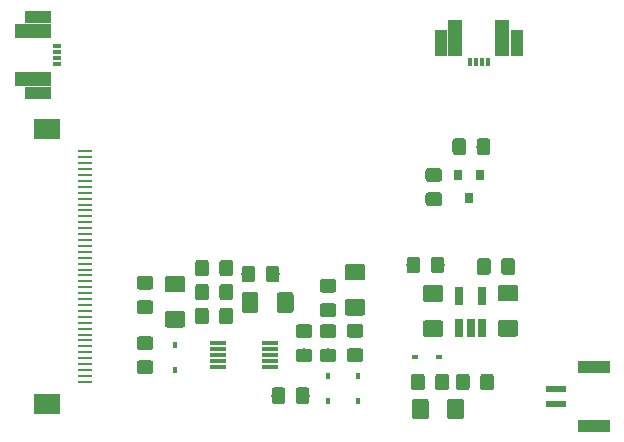
<source format=gbr>
G04 #@! TF.GenerationSoftware,KiCad,Pcbnew,(5.0.0)*
G04 #@! TF.CreationDate,2019-04-18T21:23:00-04:00*
G04 #@! TF.ProjectId,TouchscreenAdapter,546F75636873637265656E4164617074,rev?*
G04 #@! TF.SameCoordinates,Original*
G04 #@! TF.FileFunction,Paste,Top*
G04 #@! TF.FilePolarity,Positive*
%FSLAX46Y46*%
G04 Gerber Fmt 4.6, Leading zero omitted, Abs format (unit mm)*
G04 Created by KiCad (PCBNEW (5.0.0)) date 04/18/19 21:23:00*
%MOMM*%
%LPD*%
G01*
G04 APERTURE LIST*
%ADD10C,0.100000*%
%ADD11C,1.150000*%
%ADD12C,1.425000*%
%ADD13R,0.450000X0.600000*%
%ADD14R,0.600000X0.450000*%
%ADD15R,2.209800X1.803400*%
%ADD16R,1.295400X0.254000*%
%ADD17R,3.050000X1.300000*%
%ADD18R,2.200000X1.100000*%
%ADD19R,0.800000X0.300000*%
%ADD20R,1.700000X0.600000*%
%ADD21R,2.700000X1.000000*%
%ADD22R,1.300000X3.050000*%
%ADD23R,1.100000X2.200000*%
%ADD24R,0.300000X0.800000*%
%ADD25R,0.800000X0.900000*%
%ADD26R,1.400000X0.300000*%
%ADD27R,0.650000X1.560000*%
G04 APERTURE END LIST*
D10*
G04 #@! TO.C,C3*
G36*
X118965505Y-88181204D02*
X118989773Y-88184804D01*
X119013572Y-88190765D01*
X119036671Y-88199030D01*
X119058850Y-88209520D01*
X119079893Y-88222132D01*
X119099599Y-88236747D01*
X119117777Y-88253223D01*
X119134253Y-88271401D01*
X119148868Y-88291107D01*
X119161480Y-88312150D01*
X119171970Y-88334329D01*
X119180235Y-88357428D01*
X119186196Y-88381227D01*
X119189796Y-88405495D01*
X119191000Y-88429999D01*
X119191000Y-89080001D01*
X119189796Y-89104505D01*
X119186196Y-89128773D01*
X119180235Y-89152572D01*
X119171970Y-89175671D01*
X119161480Y-89197850D01*
X119148868Y-89218893D01*
X119134253Y-89238599D01*
X119117777Y-89256777D01*
X119099599Y-89273253D01*
X119079893Y-89287868D01*
X119058850Y-89300480D01*
X119036671Y-89310970D01*
X119013572Y-89319235D01*
X118989773Y-89325196D01*
X118965505Y-89328796D01*
X118941001Y-89330000D01*
X118040999Y-89330000D01*
X118016495Y-89328796D01*
X117992227Y-89325196D01*
X117968428Y-89319235D01*
X117945329Y-89310970D01*
X117923150Y-89300480D01*
X117902107Y-89287868D01*
X117882401Y-89273253D01*
X117864223Y-89256777D01*
X117847747Y-89238599D01*
X117833132Y-89218893D01*
X117820520Y-89197850D01*
X117810030Y-89175671D01*
X117801765Y-89152572D01*
X117795804Y-89128773D01*
X117792204Y-89104505D01*
X117791000Y-89080001D01*
X117791000Y-88429999D01*
X117792204Y-88405495D01*
X117795804Y-88381227D01*
X117801765Y-88357428D01*
X117810030Y-88334329D01*
X117820520Y-88312150D01*
X117833132Y-88291107D01*
X117847747Y-88271401D01*
X117864223Y-88253223D01*
X117882401Y-88236747D01*
X117902107Y-88222132D01*
X117923150Y-88209520D01*
X117945329Y-88199030D01*
X117968428Y-88190765D01*
X117992227Y-88184804D01*
X118016495Y-88181204D01*
X118040999Y-88180000D01*
X118941001Y-88180000D01*
X118965505Y-88181204D01*
X118965505Y-88181204D01*
G37*
D11*
X118491000Y-88755000D03*
D10*
G36*
X118965505Y-90231204D02*
X118989773Y-90234804D01*
X119013572Y-90240765D01*
X119036671Y-90249030D01*
X119058850Y-90259520D01*
X119079893Y-90272132D01*
X119099599Y-90286747D01*
X119117777Y-90303223D01*
X119134253Y-90321401D01*
X119148868Y-90341107D01*
X119161480Y-90362150D01*
X119171970Y-90384329D01*
X119180235Y-90407428D01*
X119186196Y-90431227D01*
X119189796Y-90455495D01*
X119191000Y-90479999D01*
X119191000Y-91130001D01*
X119189796Y-91154505D01*
X119186196Y-91178773D01*
X119180235Y-91202572D01*
X119171970Y-91225671D01*
X119161480Y-91247850D01*
X119148868Y-91268893D01*
X119134253Y-91288599D01*
X119117777Y-91306777D01*
X119099599Y-91323253D01*
X119079893Y-91337868D01*
X119058850Y-91350480D01*
X119036671Y-91360970D01*
X119013572Y-91369235D01*
X118989773Y-91375196D01*
X118965505Y-91378796D01*
X118941001Y-91380000D01*
X118040999Y-91380000D01*
X118016495Y-91378796D01*
X117992227Y-91375196D01*
X117968428Y-91369235D01*
X117945329Y-91360970D01*
X117923150Y-91350480D01*
X117902107Y-91337868D01*
X117882401Y-91323253D01*
X117864223Y-91306777D01*
X117847747Y-91288599D01*
X117833132Y-91268893D01*
X117820520Y-91247850D01*
X117810030Y-91225671D01*
X117801765Y-91202572D01*
X117795804Y-91178773D01*
X117792204Y-91154505D01*
X117791000Y-91130001D01*
X117791000Y-90479999D01*
X117792204Y-90455495D01*
X117795804Y-90431227D01*
X117801765Y-90407428D01*
X117810030Y-90384329D01*
X117820520Y-90362150D01*
X117833132Y-90341107D01*
X117847747Y-90321401D01*
X117864223Y-90303223D01*
X117882401Y-90286747D01*
X117902107Y-90272132D01*
X117923150Y-90259520D01*
X117945329Y-90249030D01*
X117968428Y-90240765D01*
X117992227Y-90234804D01*
X118016495Y-90231204D01*
X118040999Y-90230000D01*
X118941001Y-90230000D01*
X118965505Y-90231204D01*
X118965505Y-90231204D01*
G37*
D11*
X118491000Y-90805000D03*
G04 #@! TD*
D10*
G04 #@! TO.C,C4*
G36*
X130843004Y-89550204D02*
X130867273Y-89553804D01*
X130891071Y-89559765D01*
X130914171Y-89568030D01*
X130936349Y-89578520D01*
X130957393Y-89591133D01*
X130977098Y-89605747D01*
X130995277Y-89622223D01*
X131011753Y-89640402D01*
X131026367Y-89660107D01*
X131038980Y-89681151D01*
X131049470Y-89703329D01*
X131057735Y-89726429D01*
X131063696Y-89750227D01*
X131067296Y-89774496D01*
X131068500Y-89799000D01*
X131068500Y-91049000D01*
X131067296Y-91073504D01*
X131063696Y-91097773D01*
X131057735Y-91121571D01*
X131049470Y-91144671D01*
X131038980Y-91166849D01*
X131026367Y-91187893D01*
X131011753Y-91207598D01*
X130995277Y-91225777D01*
X130977098Y-91242253D01*
X130957393Y-91256867D01*
X130936349Y-91269480D01*
X130914171Y-91279970D01*
X130891071Y-91288235D01*
X130867273Y-91294196D01*
X130843004Y-91297796D01*
X130818500Y-91299000D01*
X129893500Y-91299000D01*
X129868996Y-91297796D01*
X129844727Y-91294196D01*
X129820929Y-91288235D01*
X129797829Y-91279970D01*
X129775651Y-91269480D01*
X129754607Y-91256867D01*
X129734902Y-91242253D01*
X129716723Y-91225777D01*
X129700247Y-91207598D01*
X129685633Y-91187893D01*
X129673020Y-91166849D01*
X129662530Y-91144671D01*
X129654265Y-91121571D01*
X129648304Y-91097773D01*
X129644704Y-91073504D01*
X129643500Y-91049000D01*
X129643500Y-89799000D01*
X129644704Y-89774496D01*
X129648304Y-89750227D01*
X129654265Y-89726429D01*
X129662530Y-89703329D01*
X129673020Y-89681151D01*
X129685633Y-89660107D01*
X129700247Y-89640402D01*
X129716723Y-89622223D01*
X129734902Y-89605747D01*
X129754607Y-89591133D01*
X129775651Y-89578520D01*
X129797829Y-89568030D01*
X129820929Y-89559765D01*
X129844727Y-89553804D01*
X129868996Y-89550204D01*
X129893500Y-89549000D01*
X130818500Y-89549000D01*
X130843004Y-89550204D01*
X130843004Y-89550204D01*
G37*
D12*
X130356000Y-90424000D03*
D10*
G36*
X127868004Y-89550204D02*
X127892273Y-89553804D01*
X127916071Y-89559765D01*
X127939171Y-89568030D01*
X127961349Y-89578520D01*
X127982393Y-89591133D01*
X128002098Y-89605747D01*
X128020277Y-89622223D01*
X128036753Y-89640402D01*
X128051367Y-89660107D01*
X128063980Y-89681151D01*
X128074470Y-89703329D01*
X128082735Y-89726429D01*
X128088696Y-89750227D01*
X128092296Y-89774496D01*
X128093500Y-89799000D01*
X128093500Y-91049000D01*
X128092296Y-91073504D01*
X128088696Y-91097773D01*
X128082735Y-91121571D01*
X128074470Y-91144671D01*
X128063980Y-91166849D01*
X128051367Y-91187893D01*
X128036753Y-91207598D01*
X128020277Y-91225777D01*
X128002098Y-91242253D01*
X127982393Y-91256867D01*
X127961349Y-91269480D01*
X127939171Y-91279970D01*
X127916071Y-91288235D01*
X127892273Y-91294196D01*
X127868004Y-91297796D01*
X127843500Y-91299000D01*
X126918500Y-91299000D01*
X126893996Y-91297796D01*
X126869727Y-91294196D01*
X126845929Y-91288235D01*
X126822829Y-91279970D01*
X126800651Y-91269480D01*
X126779607Y-91256867D01*
X126759902Y-91242253D01*
X126741723Y-91225777D01*
X126725247Y-91207598D01*
X126710633Y-91187893D01*
X126698020Y-91166849D01*
X126687530Y-91144671D01*
X126679265Y-91121571D01*
X126673304Y-91097773D01*
X126669704Y-91073504D01*
X126668500Y-91049000D01*
X126668500Y-89799000D01*
X126669704Y-89774496D01*
X126673304Y-89750227D01*
X126679265Y-89726429D01*
X126687530Y-89703329D01*
X126698020Y-89681151D01*
X126710633Y-89660107D01*
X126725247Y-89640402D01*
X126741723Y-89622223D01*
X126759902Y-89605747D01*
X126779607Y-89591133D01*
X126800651Y-89578520D01*
X126822829Y-89568030D01*
X126845929Y-89559765D01*
X126869727Y-89553804D01*
X126893996Y-89550204D01*
X126918500Y-89549000D01*
X127843500Y-89549000D01*
X127868004Y-89550204D01*
X127868004Y-89550204D01*
G37*
D12*
X127381000Y-90424000D03*
G04 #@! TD*
D10*
G04 #@! TO.C,C5*
G36*
X118965505Y-93270204D02*
X118989773Y-93273804D01*
X119013572Y-93279765D01*
X119036671Y-93288030D01*
X119058850Y-93298520D01*
X119079893Y-93311132D01*
X119099599Y-93325747D01*
X119117777Y-93342223D01*
X119134253Y-93360401D01*
X119148868Y-93380107D01*
X119161480Y-93401150D01*
X119171970Y-93423329D01*
X119180235Y-93446428D01*
X119186196Y-93470227D01*
X119189796Y-93494495D01*
X119191000Y-93518999D01*
X119191000Y-94169001D01*
X119189796Y-94193505D01*
X119186196Y-94217773D01*
X119180235Y-94241572D01*
X119171970Y-94264671D01*
X119161480Y-94286850D01*
X119148868Y-94307893D01*
X119134253Y-94327599D01*
X119117777Y-94345777D01*
X119099599Y-94362253D01*
X119079893Y-94376868D01*
X119058850Y-94389480D01*
X119036671Y-94399970D01*
X119013572Y-94408235D01*
X118989773Y-94414196D01*
X118965505Y-94417796D01*
X118941001Y-94419000D01*
X118040999Y-94419000D01*
X118016495Y-94417796D01*
X117992227Y-94414196D01*
X117968428Y-94408235D01*
X117945329Y-94399970D01*
X117923150Y-94389480D01*
X117902107Y-94376868D01*
X117882401Y-94362253D01*
X117864223Y-94345777D01*
X117847747Y-94327599D01*
X117833132Y-94307893D01*
X117820520Y-94286850D01*
X117810030Y-94264671D01*
X117801765Y-94241572D01*
X117795804Y-94217773D01*
X117792204Y-94193505D01*
X117791000Y-94169001D01*
X117791000Y-93518999D01*
X117792204Y-93494495D01*
X117795804Y-93470227D01*
X117801765Y-93446428D01*
X117810030Y-93423329D01*
X117820520Y-93401150D01*
X117833132Y-93380107D01*
X117847747Y-93360401D01*
X117864223Y-93342223D01*
X117882401Y-93325747D01*
X117902107Y-93311132D01*
X117923150Y-93298520D01*
X117945329Y-93288030D01*
X117968428Y-93279765D01*
X117992227Y-93273804D01*
X118016495Y-93270204D01*
X118040999Y-93269000D01*
X118941001Y-93269000D01*
X118965505Y-93270204D01*
X118965505Y-93270204D01*
G37*
D11*
X118491000Y-93844000D03*
D10*
G36*
X118965505Y-95320204D02*
X118989773Y-95323804D01*
X119013572Y-95329765D01*
X119036671Y-95338030D01*
X119058850Y-95348520D01*
X119079893Y-95361132D01*
X119099599Y-95375747D01*
X119117777Y-95392223D01*
X119134253Y-95410401D01*
X119148868Y-95430107D01*
X119161480Y-95451150D01*
X119171970Y-95473329D01*
X119180235Y-95496428D01*
X119186196Y-95520227D01*
X119189796Y-95544495D01*
X119191000Y-95568999D01*
X119191000Y-96219001D01*
X119189796Y-96243505D01*
X119186196Y-96267773D01*
X119180235Y-96291572D01*
X119171970Y-96314671D01*
X119161480Y-96336850D01*
X119148868Y-96357893D01*
X119134253Y-96377599D01*
X119117777Y-96395777D01*
X119099599Y-96412253D01*
X119079893Y-96426868D01*
X119058850Y-96439480D01*
X119036671Y-96449970D01*
X119013572Y-96458235D01*
X118989773Y-96464196D01*
X118965505Y-96467796D01*
X118941001Y-96469000D01*
X118040999Y-96469000D01*
X118016495Y-96467796D01*
X117992227Y-96464196D01*
X117968428Y-96458235D01*
X117945329Y-96449970D01*
X117923150Y-96439480D01*
X117902107Y-96426868D01*
X117882401Y-96412253D01*
X117864223Y-96395777D01*
X117847747Y-96377599D01*
X117833132Y-96357893D01*
X117820520Y-96336850D01*
X117810030Y-96314671D01*
X117801765Y-96291572D01*
X117795804Y-96267773D01*
X117792204Y-96243505D01*
X117791000Y-96219001D01*
X117791000Y-95568999D01*
X117792204Y-95544495D01*
X117795804Y-95520227D01*
X117801765Y-95496428D01*
X117810030Y-95473329D01*
X117820520Y-95451150D01*
X117833132Y-95430107D01*
X117847747Y-95410401D01*
X117864223Y-95392223D01*
X117882401Y-95375747D01*
X117902107Y-95361132D01*
X117923150Y-95348520D01*
X117945329Y-95338030D01*
X117968428Y-95329765D01*
X117992227Y-95323804D01*
X118016495Y-95320204D01*
X118040999Y-95319000D01*
X118941001Y-95319000D01*
X118965505Y-95320204D01*
X118965505Y-95320204D01*
G37*
D11*
X118491000Y-95894000D03*
G04 #@! TD*
D10*
G04 #@! TO.C,C6*
G36*
X123666505Y-88836204D02*
X123690773Y-88839804D01*
X123714572Y-88845765D01*
X123737671Y-88854030D01*
X123759850Y-88864520D01*
X123780893Y-88877132D01*
X123800599Y-88891747D01*
X123818777Y-88908223D01*
X123835253Y-88926401D01*
X123849868Y-88946107D01*
X123862480Y-88967150D01*
X123872970Y-88989329D01*
X123881235Y-89012428D01*
X123887196Y-89036227D01*
X123890796Y-89060495D01*
X123892000Y-89084999D01*
X123892000Y-89985001D01*
X123890796Y-90009505D01*
X123887196Y-90033773D01*
X123881235Y-90057572D01*
X123872970Y-90080671D01*
X123862480Y-90102850D01*
X123849868Y-90123893D01*
X123835253Y-90143599D01*
X123818777Y-90161777D01*
X123800599Y-90178253D01*
X123780893Y-90192868D01*
X123759850Y-90205480D01*
X123737671Y-90215970D01*
X123714572Y-90224235D01*
X123690773Y-90230196D01*
X123666505Y-90233796D01*
X123642001Y-90235000D01*
X122991999Y-90235000D01*
X122967495Y-90233796D01*
X122943227Y-90230196D01*
X122919428Y-90224235D01*
X122896329Y-90215970D01*
X122874150Y-90205480D01*
X122853107Y-90192868D01*
X122833401Y-90178253D01*
X122815223Y-90161777D01*
X122798747Y-90143599D01*
X122784132Y-90123893D01*
X122771520Y-90102850D01*
X122761030Y-90080671D01*
X122752765Y-90057572D01*
X122746804Y-90033773D01*
X122743204Y-90009505D01*
X122742000Y-89985001D01*
X122742000Y-89084999D01*
X122743204Y-89060495D01*
X122746804Y-89036227D01*
X122752765Y-89012428D01*
X122761030Y-88989329D01*
X122771520Y-88967150D01*
X122784132Y-88946107D01*
X122798747Y-88926401D01*
X122815223Y-88908223D01*
X122833401Y-88891747D01*
X122853107Y-88877132D01*
X122874150Y-88864520D01*
X122896329Y-88854030D01*
X122919428Y-88845765D01*
X122943227Y-88839804D01*
X122967495Y-88836204D01*
X122991999Y-88835000D01*
X123642001Y-88835000D01*
X123666505Y-88836204D01*
X123666505Y-88836204D01*
G37*
D11*
X123317000Y-89535000D03*
D10*
G36*
X125716505Y-88836204D02*
X125740773Y-88839804D01*
X125764572Y-88845765D01*
X125787671Y-88854030D01*
X125809850Y-88864520D01*
X125830893Y-88877132D01*
X125850599Y-88891747D01*
X125868777Y-88908223D01*
X125885253Y-88926401D01*
X125899868Y-88946107D01*
X125912480Y-88967150D01*
X125922970Y-88989329D01*
X125931235Y-89012428D01*
X125937196Y-89036227D01*
X125940796Y-89060495D01*
X125942000Y-89084999D01*
X125942000Y-89985001D01*
X125940796Y-90009505D01*
X125937196Y-90033773D01*
X125931235Y-90057572D01*
X125922970Y-90080671D01*
X125912480Y-90102850D01*
X125899868Y-90123893D01*
X125885253Y-90143599D01*
X125868777Y-90161777D01*
X125850599Y-90178253D01*
X125830893Y-90192868D01*
X125809850Y-90205480D01*
X125787671Y-90215970D01*
X125764572Y-90224235D01*
X125740773Y-90230196D01*
X125716505Y-90233796D01*
X125692001Y-90235000D01*
X125041999Y-90235000D01*
X125017495Y-90233796D01*
X124993227Y-90230196D01*
X124969428Y-90224235D01*
X124946329Y-90215970D01*
X124924150Y-90205480D01*
X124903107Y-90192868D01*
X124883401Y-90178253D01*
X124865223Y-90161777D01*
X124848747Y-90143599D01*
X124834132Y-90123893D01*
X124821520Y-90102850D01*
X124811030Y-90080671D01*
X124802765Y-90057572D01*
X124796804Y-90033773D01*
X124793204Y-90009505D01*
X124792000Y-89985001D01*
X124792000Y-89084999D01*
X124793204Y-89060495D01*
X124796804Y-89036227D01*
X124802765Y-89012428D01*
X124811030Y-88989329D01*
X124821520Y-88967150D01*
X124834132Y-88946107D01*
X124848747Y-88926401D01*
X124865223Y-88908223D01*
X124883401Y-88891747D01*
X124903107Y-88877132D01*
X124924150Y-88864520D01*
X124946329Y-88854030D01*
X124969428Y-88845765D01*
X124993227Y-88839804D01*
X125017495Y-88836204D01*
X125041999Y-88835000D01*
X125692001Y-88835000D01*
X125716505Y-88836204D01*
X125716505Y-88836204D01*
G37*
D11*
X125367000Y-89535000D03*
G04 #@! TD*
D10*
G04 #@! TO.C,C7*
G36*
X130134505Y-97599204D02*
X130158773Y-97602804D01*
X130182572Y-97608765D01*
X130205671Y-97617030D01*
X130227850Y-97627520D01*
X130248893Y-97640132D01*
X130268599Y-97654747D01*
X130286777Y-97671223D01*
X130303253Y-97689401D01*
X130317868Y-97709107D01*
X130330480Y-97730150D01*
X130340970Y-97752329D01*
X130349235Y-97775428D01*
X130355196Y-97799227D01*
X130358796Y-97823495D01*
X130360000Y-97847999D01*
X130360000Y-98748001D01*
X130358796Y-98772505D01*
X130355196Y-98796773D01*
X130349235Y-98820572D01*
X130340970Y-98843671D01*
X130330480Y-98865850D01*
X130317868Y-98886893D01*
X130303253Y-98906599D01*
X130286777Y-98924777D01*
X130268599Y-98941253D01*
X130248893Y-98955868D01*
X130227850Y-98968480D01*
X130205671Y-98978970D01*
X130182572Y-98987235D01*
X130158773Y-98993196D01*
X130134505Y-98996796D01*
X130110001Y-98998000D01*
X129459999Y-98998000D01*
X129435495Y-98996796D01*
X129411227Y-98993196D01*
X129387428Y-98987235D01*
X129364329Y-98978970D01*
X129342150Y-98968480D01*
X129321107Y-98955868D01*
X129301401Y-98941253D01*
X129283223Y-98924777D01*
X129266747Y-98906599D01*
X129252132Y-98886893D01*
X129239520Y-98865850D01*
X129229030Y-98843671D01*
X129220765Y-98820572D01*
X129214804Y-98796773D01*
X129211204Y-98772505D01*
X129210000Y-98748001D01*
X129210000Y-97847999D01*
X129211204Y-97823495D01*
X129214804Y-97799227D01*
X129220765Y-97775428D01*
X129229030Y-97752329D01*
X129239520Y-97730150D01*
X129252132Y-97709107D01*
X129266747Y-97689401D01*
X129283223Y-97671223D01*
X129301401Y-97654747D01*
X129321107Y-97640132D01*
X129342150Y-97627520D01*
X129364329Y-97617030D01*
X129387428Y-97608765D01*
X129411227Y-97602804D01*
X129435495Y-97599204D01*
X129459999Y-97598000D01*
X130110001Y-97598000D01*
X130134505Y-97599204D01*
X130134505Y-97599204D01*
G37*
D11*
X129785000Y-98298000D03*
D10*
G36*
X132184505Y-97599204D02*
X132208773Y-97602804D01*
X132232572Y-97608765D01*
X132255671Y-97617030D01*
X132277850Y-97627520D01*
X132298893Y-97640132D01*
X132318599Y-97654747D01*
X132336777Y-97671223D01*
X132353253Y-97689401D01*
X132367868Y-97709107D01*
X132380480Y-97730150D01*
X132390970Y-97752329D01*
X132399235Y-97775428D01*
X132405196Y-97799227D01*
X132408796Y-97823495D01*
X132410000Y-97847999D01*
X132410000Y-98748001D01*
X132408796Y-98772505D01*
X132405196Y-98796773D01*
X132399235Y-98820572D01*
X132390970Y-98843671D01*
X132380480Y-98865850D01*
X132367868Y-98886893D01*
X132353253Y-98906599D01*
X132336777Y-98924777D01*
X132318599Y-98941253D01*
X132298893Y-98955868D01*
X132277850Y-98968480D01*
X132255671Y-98978970D01*
X132232572Y-98987235D01*
X132208773Y-98993196D01*
X132184505Y-98996796D01*
X132160001Y-98998000D01*
X131509999Y-98998000D01*
X131485495Y-98996796D01*
X131461227Y-98993196D01*
X131437428Y-98987235D01*
X131414329Y-98978970D01*
X131392150Y-98968480D01*
X131371107Y-98955868D01*
X131351401Y-98941253D01*
X131333223Y-98924777D01*
X131316747Y-98906599D01*
X131302132Y-98886893D01*
X131289520Y-98865850D01*
X131279030Y-98843671D01*
X131270765Y-98820572D01*
X131264804Y-98796773D01*
X131261204Y-98772505D01*
X131260000Y-98748001D01*
X131260000Y-97847999D01*
X131261204Y-97823495D01*
X131264804Y-97799227D01*
X131270765Y-97775428D01*
X131279030Y-97752329D01*
X131289520Y-97730150D01*
X131302132Y-97709107D01*
X131316747Y-97689401D01*
X131333223Y-97671223D01*
X131351401Y-97654747D01*
X131371107Y-97640132D01*
X131392150Y-97627520D01*
X131414329Y-97617030D01*
X131437428Y-97608765D01*
X131461227Y-97602804D01*
X131485495Y-97599204D01*
X131509999Y-97598000D01*
X132160001Y-97598000D01*
X132184505Y-97599204D01*
X132184505Y-97599204D01*
G37*
D11*
X131835000Y-98298000D03*
G04 #@! TD*
D10*
G04 #@! TO.C,C8*
G36*
X132427505Y-92263204D02*
X132451773Y-92266804D01*
X132475572Y-92272765D01*
X132498671Y-92281030D01*
X132520850Y-92291520D01*
X132541893Y-92304132D01*
X132561599Y-92318747D01*
X132579777Y-92335223D01*
X132596253Y-92353401D01*
X132610868Y-92373107D01*
X132623480Y-92394150D01*
X132633970Y-92416329D01*
X132642235Y-92439428D01*
X132648196Y-92463227D01*
X132651796Y-92487495D01*
X132653000Y-92511999D01*
X132653000Y-93162001D01*
X132651796Y-93186505D01*
X132648196Y-93210773D01*
X132642235Y-93234572D01*
X132633970Y-93257671D01*
X132623480Y-93279850D01*
X132610868Y-93300893D01*
X132596253Y-93320599D01*
X132579777Y-93338777D01*
X132561599Y-93355253D01*
X132541893Y-93369868D01*
X132520850Y-93382480D01*
X132498671Y-93392970D01*
X132475572Y-93401235D01*
X132451773Y-93407196D01*
X132427505Y-93410796D01*
X132403001Y-93412000D01*
X131502999Y-93412000D01*
X131478495Y-93410796D01*
X131454227Y-93407196D01*
X131430428Y-93401235D01*
X131407329Y-93392970D01*
X131385150Y-93382480D01*
X131364107Y-93369868D01*
X131344401Y-93355253D01*
X131326223Y-93338777D01*
X131309747Y-93320599D01*
X131295132Y-93300893D01*
X131282520Y-93279850D01*
X131272030Y-93257671D01*
X131263765Y-93234572D01*
X131257804Y-93210773D01*
X131254204Y-93186505D01*
X131253000Y-93162001D01*
X131253000Y-92511999D01*
X131254204Y-92487495D01*
X131257804Y-92463227D01*
X131263765Y-92439428D01*
X131272030Y-92416329D01*
X131282520Y-92394150D01*
X131295132Y-92373107D01*
X131309747Y-92353401D01*
X131326223Y-92335223D01*
X131344401Y-92318747D01*
X131364107Y-92304132D01*
X131385150Y-92291520D01*
X131407329Y-92281030D01*
X131430428Y-92272765D01*
X131454227Y-92266804D01*
X131478495Y-92263204D01*
X131502999Y-92262000D01*
X132403001Y-92262000D01*
X132427505Y-92263204D01*
X132427505Y-92263204D01*
G37*
D11*
X131953000Y-92837000D03*
D10*
G36*
X132427505Y-94313204D02*
X132451773Y-94316804D01*
X132475572Y-94322765D01*
X132498671Y-94331030D01*
X132520850Y-94341520D01*
X132541893Y-94354132D01*
X132561599Y-94368747D01*
X132579777Y-94385223D01*
X132596253Y-94403401D01*
X132610868Y-94423107D01*
X132623480Y-94444150D01*
X132633970Y-94466329D01*
X132642235Y-94489428D01*
X132648196Y-94513227D01*
X132651796Y-94537495D01*
X132653000Y-94561999D01*
X132653000Y-95212001D01*
X132651796Y-95236505D01*
X132648196Y-95260773D01*
X132642235Y-95284572D01*
X132633970Y-95307671D01*
X132623480Y-95329850D01*
X132610868Y-95350893D01*
X132596253Y-95370599D01*
X132579777Y-95388777D01*
X132561599Y-95405253D01*
X132541893Y-95419868D01*
X132520850Y-95432480D01*
X132498671Y-95442970D01*
X132475572Y-95451235D01*
X132451773Y-95457196D01*
X132427505Y-95460796D01*
X132403001Y-95462000D01*
X131502999Y-95462000D01*
X131478495Y-95460796D01*
X131454227Y-95457196D01*
X131430428Y-95451235D01*
X131407329Y-95442970D01*
X131385150Y-95432480D01*
X131364107Y-95419868D01*
X131344401Y-95405253D01*
X131326223Y-95388777D01*
X131309747Y-95370599D01*
X131295132Y-95350893D01*
X131282520Y-95329850D01*
X131272030Y-95307671D01*
X131263765Y-95284572D01*
X131257804Y-95260773D01*
X131254204Y-95236505D01*
X131253000Y-95212001D01*
X131253000Y-94561999D01*
X131254204Y-94537495D01*
X131257804Y-94513227D01*
X131263765Y-94489428D01*
X131272030Y-94466329D01*
X131282520Y-94444150D01*
X131295132Y-94423107D01*
X131309747Y-94403401D01*
X131326223Y-94385223D01*
X131344401Y-94368747D01*
X131364107Y-94354132D01*
X131385150Y-94341520D01*
X131407329Y-94331030D01*
X131430428Y-94322765D01*
X131454227Y-94316804D01*
X131478495Y-94313204D01*
X131502999Y-94312000D01*
X132403001Y-94312000D01*
X132427505Y-94313204D01*
X132427505Y-94313204D01*
G37*
D11*
X131953000Y-94887000D03*
G04 #@! TD*
D10*
G04 #@! TO.C,C9*
G36*
X136745505Y-94295204D02*
X136769773Y-94298804D01*
X136793572Y-94304765D01*
X136816671Y-94313030D01*
X136838850Y-94323520D01*
X136859893Y-94336132D01*
X136879599Y-94350747D01*
X136897777Y-94367223D01*
X136914253Y-94385401D01*
X136928868Y-94405107D01*
X136941480Y-94426150D01*
X136951970Y-94448329D01*
X136960235Y-94471428D01*
X136966196Y-94495227D01*
X136969796Y-94519495D01*
X136971000Y-94543999D01*
X136971000Y-95194001D01*
X136969796Y-95218505D01*
X136966196Y-95242773D01*
X136960235Y-95266572D01*
X136951970Y-95289671D01*
X136941480Y-95311850D01*
X136928868Y-95332893D01*
X136914253Y-95352599D01*
X136897777Y-95370777D01*
X136879599Y-95387253D01*
X136859893Y-95401868D01*
X136838850Y-95414480D01*
X136816671Y-95424970D01*
X136793572Y-95433235D01*
X136769773Y-95439196D01*
X136745505Y-95442796D01*
X136721001Y-95444000D01*
X135820999Y-95444000D01*
X135796495Y-95442796D01*
X135772227Y-95439196D01*
X135748428Y-95433235D01*
X135725329Y-95424970D01*
X135703150Y-95414480D01*
X135682107Y-95401868D01*
X135662401Y-95387253D01*
X135644223Y-95370777D01*
X135627747Y-95352599D01*
X135613132Y-95332893D01*
X135600520Y-95311850D01*
X135590030Y-95289671D01*
X135581765Y-95266572D01*
X135575804Y-95242773D01*
X135572204Y-95218505D01*
X135571000Y-95194001D01*
X135571000Y-94543999D01*
X135572204Y-94519495D01*
X135575804Y-94495227D01*
X135581765Y-94471428D01*
X135590030Y-94448329D01*
X135600520Y-94426150D01*
X135613132Y-94405107D01*
X135627747Y-94385401D01*
X135644223Y-94367223D01*
X135662401Y-94350747D01*
X135682107Y-94336132D01*
X135703150Y-94323520D01*
X135725329Y-94313030D01*
X135748428Y-94304765D01*
X135772227Y-94298804D01*
X135796495Y-94295204D01*
X135820999Y-94294000D01*
X136721001Y-94294000D01*
X136745505Y-94295204D01*
X136745505Y-94295204D01*
G37*
D11*
X136271000Y-94869000D03*
D10*
G36*
X136745505Y-92245204D02*
X136769773Y-92248804D01*
X136793572Y-92254765D01*
X136816671Y-92263030D01*
X136838850Y-92273520D01*
X136859893Y-92286132D01*
X136879599Y-92300747D01*
X136897777Y-92317223D01*
X136914253Y-92335401D01*
X136928868Y-92355107D01*
X136941480Y-92376150D01*
X136951970Y-92398329D01*
X136960235Y-92421428D01*
X136966196Y-92445227D01*
X136969796Y-92469495D01*
X136971000Y-92493999D01*
X136971000Y-93144001D01*
X136969796Y-93168505D01*
X136966196Y-93192773D01*
X136960235Y-93216572D01*
X136951970Y-93239671D01*
X136941480Y-93261850D01*
X136928868Y-93282893D01*
X136914253Y-93302599D01*
X136897777Y-93320777D01*
X136879599Y-93337253D01*
X136859893Y-93351868D01*
X136838850Y-93364480D01*
X136816671Y-93374970D01*
X136793572Y-93383235D01*
X136769773Y-93389196D01*
X136745505Y-93392796D01*
X136721001Y-93394000D01*
X135820999Y-93394000D01*
X135796495Y-93392796D01*
X135772227Y-93389196D01*
X135748428Y-93383235D01*
X135725329Y-93374970D01*
X135703150Y-93364480D01*
X135682107Y-93351868D01*
X135662401Y-93337253D01*
X135644223Y-93320777D01*
X135627747Y-93302599D01*
X135613132Y-93282893D01*
X135600520Y-93261850D01*
X135590030Y-93239671D01*
X135581765Y-93216572D01*
X135575804Y-93192773D01*
X135572204Y-93168505D01*
X135571000Y-93144001D01*
X135571000Y-92493999D01*
X135572204Y-92469495D01*
X135575804Y-92445227D01*
X135581765Y-92421428D01*
X135590030Y-92398329D01*
X135600520Y-92376150D01*
X135613132Y-92355107D01*
X135627747Y-92335401D01*
X135644223Y-92317223D01*
X135662401Y-92300747D01*
X135682107Y-92286132D01*
X135703150Y-92273520D01*
X135725329Y-92263030D01*
X135748428Y-92254765D01*
X135772227Y-92248804D01*
X135796495Y-92245204D01*
X135820999Y-92244000D01*
X136721001Y-92244000D01*
X136745505Y-92245204D01*
X136745505Y-92245204D01*
G37*
D11*
X136271000Y-92819000D03*
G04 #@! TD*
D10*
G04 #@! TO.C,C10*
G36*
X142292004Y-98567204D02*
X142316273Y-98570804D01*
X142340071Y-98576765D01*
X142363171Y-98585030D01*
X142385349Y-98595520D01*
X142406393Y-98608133D01*
X142426098Y-98622747D01*
X142444277Y-98639223D01*
X142460753Y-98657402D01*
X142475367Y-98677107D01*
X142487980Y-98698151D01*
X142498470Y-98720329D01*
X142506735Y-98743429D01*
X142512696Y-98767227D01*
X142516296Y-98791496D01*
X142517500Y-98816000D01*
X142517500Y-100066000D01*
X142516296Y-100090504D01*
X142512696Y-100114773D01*
X142506735Y-100138571D01*
X142498470Y-100161671D01*
X142487980Y-100183849D01*
X142475367Y-100204893D01*
X142460753Y-100224598D01*
X142444277Y-100242777D01*
X142426098Y-100259253D01*
X142406393Y-100273867D01*
X142385349Y-100286480D01*
X142363171Y-100296970D01*
X142340071Y-100305235D01*
X142316273Y-100311196D01*
X142292004Y-100314796D01*
X142267500Y-100316000D01*
X141342500Y-100316000D01*
X141317996Y-100314796D01*
X141293727Y-100311196D01*
X141269929Y-100305235D01*
X141246829Y-100296970D01*
X141224651Y-100286480D01*
X141203607Y-100273867D01*
X141183902Y-100259253D01*
X141165723Y-100242777D01*
X141149247Y-100224598D01*
X141134633Y-100204893D01*
X141122020Y-100183849D01*
X141111530Y-100161671D01*
X141103265Y-100138571D01*
X141097304Y-100114773D01*
X141093704Y-100090504D01*
X141092500Y-100066000D01*
X141092500Y-98816000D01*
X141093704Y-98791496D01*
X141097304Y-98767227D01*
X141103265Y-98743429D01*
X141111530Y-98720329D01*
X141122020Y-98698151D01*
X141134633Y-98677107D01*
X141149247Y-98657402D01*
X141165723Y-98639223D01*
X141183902Y-98622747D01*
X141203607Y-98608133D01*
X141224651Y-98595520D01*
X141246829Y-98585030D01*
X141269929Y-98576765D01*
X141293727Y-98570804D01*
X141317996Y-98567204D01*
X141342500Y-98566000D01*
X142267500Y-98566000D01*
X142292004Y-98567204D01*
X142292004Y-98567204D01*
G37*
D12*
X141805000Y-99441000D03*
D10*
G36*
X145267004Y-98567204D02*
X145291273Y-98570804D01*
X145315071Y-98576765D01*
X145338171Y-98585030D01*
X145360349Y-98595520D01*
X145381393Y-98608133D01*
X145401098Y-98622747D01*
X145419277Y-98639223D01*
X145435753Y-98657402D01*
X145450367Y-98677107D01*
X145462980Y-98698151D01*
X145473470Y-98720329D01*
X145481735Y-98743429D01*
X145487696Y-98767227D01*
X145491296Y-98791496D01*
X145492500Y-98816000D01*
X145492500Y-100066000D01*
X145491296Y-100090504D01*
X145487696Y-100114773D01*
X145481735Y-100138571D01*
X145473470Y-100161671D01*
X145462980Y-100183849D01*
X145450367Y-100204893D01*
X145435753Y-100224598D01*
X145419277Y-100242777D01*
X145401098Y-100259253D01*
X145381393Y-100273867D01*
X145360349Y-100286480D01*
X145338171Y-100296970D01*
X145315071Y-100305235D01*
X145291273Y-100311196D01*
X145267004Y-100314796D01*
X145242500Y-100316000D01*
X144317500Y-100316000D01*
X144292996Y-100314796D01*
X144268727Y-100311196D01*
X144244929Y-100305235D01*
X144221829Y-100296970D01*
X144199651Y-100286480D01*
X144178607Y-100273867D01*
X144158902Y-100259253D01*
X144140723Y-100242777D01*
X144124247Y-100224598D01*
X144109633Y-100204893D01*
X144097020Y-100183849D01*
X144086530Y-100161671D01*
X144078265Y-100138571D01*
X144072304Y-100114773D01*
X144068704Y-100090504D01*
X144067500Y-100066000D01*
X144067500Y-98816000D01*
X144068704Y-98791496D01*
X144072304Y-98767227D01*
X144078265Y-98743429D01*
X144086530Y-98720329D01*
X144097020Y-98698151D01*
X144109633Y-98677107D01*
X144124247Y-98657402D01*
X144140723Y-98639223D01*
X144158902Y-98622747D01*
X144178607Y-98608133D01*
X144199651Y-98595520D01*
X144221829Y-98585030D01*
X144244929Y-98576765D01*
X144268727Y-98570804D01*
X144292996Y-98567204D01*
X144317500Y-98566000D01*
X145242500Y-98566000D01*
X145267004Y-98567204D01*
X145267004Y-98567204D01*
G37*
D12*
X144780000Y-99441000D03*
G04 #@! TD*
D10*
G04 #@! TO.C,C11*
G36*
X149874504Y-88896704D02*
X149898773Y-88900304D01*
X149922571Y-88906265D01*
X149945671Y-88914530D01*
X149967849Y-88925020D01*
X149988893Y-88937633D01*
X150008598Y-88952247D01*
X150026777Y-88968723D01*
X150043253Y-88986902D01*
X150057867Y-89006607D01*
X150070480Y-89027651D01*
X150080970Y-89049829D01*
X150089235Y-89072929D01*
X150095196Y-89096727D01*
X150098796Y-89120996D01*
X150100000Y-89145500D01*
X150100000Y-90070500D01*
X150098796Y-90095004D01*
X150095196Y-90119273D01*
X150089235Y-90143071D01*
X150080970Y-90166171D01*
X150070480Y-90188349D01*
X150057867Y-90209393D01*
X150043253Y-90229098D01*
X150026777Y-90247277D01*
X150008598Y-90263753D01*
X149988893Y-90278367D01*
X149967849Y-90290980D01*
X149945671Y-90301470D01*
X149922571Y-90309735D01*
X149898773Y-90315696D01*
X149874504Y-90319296D01*
X149850000Y-90320500D01*
X148600000Y-90320500D01*
X148575496Y-90319296D01*
X148551227Y-90315696D01*
X148527429Y-90309735D01*
X148504329Y-90301470D01*
X148482151Y-90290980D01*
X148461107Y-90278367D01*
X148441402Y-90263753D01*
X148423223Y-90247277D01*
X148406747Y-90229098D01*
X148392133Y-90209393D01*
X148379520Y-90188349D01*
X148369030Y-90166171D01*
X148360765Y-90143071D01*
X148354804Y-90119273D01*
X148351204Y-90095004D01*
X148350000Y-90070500D01*
X148350000Y-89145500D01*
X148351204Y-89120996D01*
X148354804Y-89096727D01*
X148360765Y-89072929D01*
X148369030Y-89049829D01*
X148379520Y-89027651D01*
X148392133Y-89006607D01*
X148406747Y-88986902D01*
X148423223Y-88968723D01*
X148441402Y-88952247D01*
X148461107Y-88937633D01*
X148482151Y-88925020D01*
X148504329Y-88914530D01*
X148527429Y-88906265D01*
X148551227Y-88900304D01*
X148575496Y-88896704D01*
X148600000Y-88895500D01*
X149850000Y-88895500D01*
X149874504Y-88896704D01*
X149874504Y-88896704D01*
G37*
D12*
X149225000Y-89608000D03*
D10*
G36*
X149874504Y-91871704D02*
X149898773Y-91875304D01*
X149922571Y-91881265D01*
X149945671Y-91889530D01*
X149967849Y-91900020D01*
X149988893Y-91912633D01*
X150008598Y-91927247D01*
X150026777Y-91943723D01*
X150043253Y-91961902D01*
X150057867Y-91981607D01*
X150070480Y-92002651D01*
X150080970Y-92024829D01*
X150089235Y-92047929D01*
X150095196Y-92071727D01*
X150098796Y-92095996D01*
X150100000Y-92120500D01*
X150100000Y-93045500D01*
X150098796Y-93070004D01*
X150095196Y-93094273D01*
X150089235Y-93118071D01*
X150080970Y-93141171D01*
X150070480Y-93163349D01*
X150057867Y-93184393D01*
X150043253Y-93204098D01*
X150026777Y-93222277D01*
X150008598Y-93238753D01*
X149988893Y-93253367D01*
X149967849Y-93265980D01*
X149945671Y-93276470D01*
X149922571Y-93284735D01*
X149898773Y-93290696D01*
X149874504Y-93294296D01*
X149850000Y-93295500D01*
X148600000Y-93295500D01*
X148575496Y-93294296D01*
X148551227Y-93290696D01*
X148527429Y-93284735D01*
X148504329Y-93276470D01*
X148482151Y-93265980D01*
X148461107Y-93253367D01*
X148441402Y-93238753D01*
X148423223Y-93222277D01*
X148406747Y-93204098D01*
X148392133Y-93184393D01*
X148379520Y-93163349D01*
X148369030Y-93141171D01*
X148360765Y-93118071D01*
X148354804Y-93094273D01*
X148351204Y-93070004D01*
X148350000Y-93045500D01*
X148350000Y-92120500D01*
X148351204Y-92095996D01*
X148354804Y-92071727D01*
X148360765Y-92047929D01*
X148369030Y-92024829D01*
X148379520Y-92002651D01*
X148392133Y-91981607D01*
X148406747Y-91961902D01*
X148423223Y-91943723D01*
X148441402Y-91927247D01*
X148461107Y-91912633D01*
X148482151Y-91900020D01*
X148504329Y-91889530D01*
X148527429Y-91881265D01*
X148551227Y-91875304D01*
X148575496Y-91871704D01*
X148600000Y-91870500D01*
X149850000Y-91870500D01*
X149874504Y-91871704D01*
X149874504Y-91871704D01*
G37*
D12*
X149225000Y-92583000D03*
G04 #@! TD*
D10*
G04 #@! TO.C,C12*
G36*
X141555505Y-86550204D02*
X141579773Y-86553804D01*
X141603572Y-86559765D01*
X141626671Y-86568030D01*
X141648850Y-86578520D01*
X141669893Y-86591132D01*
X141689599Y-86605747D01*
X141707777Y-86622223D01*
X141724253Y-86640401D01*
X141738868Y-86660107D01*
X141751480Y-86681150D01*
X141761970Y-86703329D01*
X141770235Y-86726428D01*
X141776196Y-86750227D01*
X141779796Y-86774495D01*
X141781000Y-86798999D01*
X141781000Y-87699001D01*
X141779796Y-87723505D01*
X141776196Y-87747773D01*
X141770235Y-87771572D01*
X141761970Y-87794671D01*
X141751480Y-87816850D01*
X141738868Y-87837893D01*
X141724253Y-87857599D01*
X141707777Y-87875777D01*
X141689599Y-87892253D01*
X141669893Y-87906868D01*
X141648850Y-87919480D01*
X141626671Y-87929970D01*
X141603572Y-87938235D01*
X141579773Y-87944196D01*
X141555505Y-87947796D01*
X141531001Y-87949000D01*
X140880999Y-87949000D01*
X140856495Y-87947796D01*
X140832227Y-87944196D01*
X140808428Y-87938235D01*
X140785329Y-87929970D01*
X140763150Y-87919480D01*
X140742107Y-87906868D01*
X140722401Y-87892253D01*
X140704223Y-87875777D01*
X140687747Y-87857599D01*
X140673132Y-87837893D01*
X140660520Y-87816850D01*
X140650030Y-87794671D01*
X140641765Y-87771572D01*
X140635804Y-87747773D01*
X140632204Y-87723505D01*
X140631000Y-87699001D01*
X140631000Y-86798999D01*
X140632204Y-86774495D01*
X140635804Y-86750227D01*
X140641765Y-86726428D01*
X140650030Y-86703329D01*
X140660520Y-86681150D01*
X140673132Y-86660107D01*
X140687747Y-86640401D01*
X140704223Y-86622223D01*
X140722401Y-86605747D01*
X140742107Y-86591132D01*
X140763150Y-86578520D01*
X140785329Y-86568030D01*
X140808428Y-86559765D01*
X140832227Y-86553804D01*
X140856495Y-86550204D01*
X140880999Y-86549000D01*
X141531001Y-86549000D01*
X141555505Y-86550204D01*
X141555505Y-86550204D01*
G37*
D11*
X141206000Y-87249000D03*
D10*
G36*
X143605505Y-86550204D02*
X143629773Y-86553804D01*
X143653572Y-86559765D01*
X143676671Y-86568030D01*
X143698850Y-86578520D01*
X143719893Y-86591132D01*
X143739599Y-86605747D01*
X143757777Y-86622223D01*
X143774253Y-86640401D01*
X143788868Y-86660107D01*
X143801480Y-86681150D01*
X143811970Y-86703329D01*
X143820235Y-86726428D01*
X143826196Y-86750227D01*
X143829796Y-86774495D01*
X143831000Y-86798999D01*
X143831000Y-87699001D01*
X143829796Y-87723505D01*
X143826196Y-87747773D01*
X143820235Y-87771572D01*
X143811970Y-87794671D01*
X143801480Y-87816850D01*
X143788868Y-87837893D01*
X143774253Y-87857599D01*
X143757777Y-87875777D01*
X143739599Y-87892253D01*
X143719893Y-87906868D01*
X143698850Y-87919480D01*
X143676671Y-87929970D01*
X143653572Y-87938235D01*
X143629773Y-87944196D01*
X143605505Y-87947796D01*
X143581001Y-87949000D01*
X142930999Y-87949000D01*
X142906495Y-87947796D01*
X142882227Y-87944196D01*
X142858428Y-87938235D01*
X142835329Y-87929970D01*
X142813150Y-87919480D01*
X142792107Y-87906868D01*
X142772401Y-87892253D01*
X142754223Y-87875777D01*
X142737747Y-87857599D01*
X142723132Y-87837893D01*
X142710520Y-87816850D01*
X142700030Y-87794671D01*
X142691765Y-87771572D01*
X142685804Y-87747773D01*
X142682204Y-87723505D01*
X142681000Y-87699001D01*
X142681000Y-86798999D01*
X142682204Y-86774495D01*
X142685804Y-86750227D01*
X142691765Y-86726428D01*
X142700030Y-86703329D01*
X142710520Y-86681150D01*
X142723132Y-86660107D01*
X142737747Y-86640401D01*
X142754223Y-86622223D01*
X142772401Y-86605747D01*
X142792107Y-86591132D01*
X142813150Y-86578520D01*
X142835329Y-86568030D01*
X142858428Y-86559765D01*
X142882227Y-86553804D01*
X142906495Y-86550204D01*
X142930999Y-86549000D01*
X143581001Y-86549000D01*
X143605505Y-86550204D01*
X143605505Y-86550204D01*
G37*
D11*
X143256000Y-87249000D03*
G04 #@! TD*
D13*
G04 #@! TO.C,D1*
X121031000Y-96139000D03*
X121031000Y-94039000D03*
G04 #@! TD*
G04 #@! TO.C,D2*
X136525000Y-98747000D03*
X136525000Y-96647000D03*
G04 #@! TD*
G04 #@! TO.C,D3*
X133985000Y-98747000D03*
X133985000Y-96647000D03*
G04 #@! TD*
D14*
G04 #@! TO.C,D4*
X143417000Y-94996000D03*
X141317000Y-94996000D03*
G04 #@! TD*
D15*
G04 #@! TO.C,J1*
X110159800Y-75730100D03*
X110159800Y-99021900D03*
D16*
X113411000Y-97125998D03*
X113411000Y-96625999D03*
X113411000Y-96126000D03*
X113411000Y-95625999D03*
X113411000Y-95126000D03*
X113411000Y-94625998D03*
X113411000Y-94125999D03*
X113411000Y-93626000D03*
X113411000Y-93125999D03*
X113411000Y-92626000D03*
X113411000Y-92125998D03*
X113411000Y-91625999D03*
X113411000Y-91126000D03*
X113411000Y-90625999D03*
X113411000Y-90126000D03*
X113411000Y-89625998D03*
X113411000Y-89125999D03*
X113411000Y-88626000D03*
X113411000Y-88125998D03*
X113411000Y-87626000D03*
X113411000Y-87125998D03*
X113411000Y-86625999D03*
X113411000Y-86126000D03*
X113411000Y-85625998D03*
X113411000Y-85125999D03*
X113411000Y-84625998D03*
X113411000Y-84125999D03*
X113411000Y-83626000D03*
X113411000Y-83125998D03*
X113411000Y-82625999D03*
X113411000Y-82125998D03*
X113411000Y-81625999D03*
X113411000Y-81126000D03*
X113411000Y-80625998D03*
X113411000Y-80125999D03*
X113411000Y-79626000D03*
X113411000Y-79125999D03*
X113411000Y-78626000D03*
X113411000Y-78125998D03*
X113411000Y-77625999D03*
G04 #@! TD*
D17*
G04 #@! TO.C,J2*
X108998000Y-67469000D03*
D18*
X109423200Y-66268600D03*
X109423200Y-72669400D03*
D17*
X108998000Y-71469000D03*
D19*
X110998000Y-68719000D03*
X110998000Y-69219000D03*
X110998000Y-69719000D03*
X110998000Y-70219000D03*
G04 #@! TD*
D20*
G04 #@! TO.C,J3*
X153280500Y-98986500D03*
X153280500Y-97736500D03*
D21*
X156480500Y-100836500D03*
X156480500Y-95886500D03*
G04 #@! TD*
D22*
G04 #@! TO.C,J4*
X148744500Y-68040500D03*
D23*
X149944900Y-68465700D03*
X143544100Y-68465700D03*
D22*
X144744500Y-68040500D03*
D24*
X147494500Y-70040500D03*
X146994500Y-70040500D03*
X146494500Y-70040500D03*
X145994500Y-70040500D03*
G04 #@! TD*
D10*
G04 #@! TO.C,L1*
G36*
X121680504Y-88134704D02*
X121704773Y-88138304D01*
X121728571Y-88144265D01*
X121751671Y-88152530D01*
X121773849Y-88163020D01*
X121794893Y-88175633D01*
X121814598Y-88190247D01*
X121832777Y-88206723D01*
X121849253Y-88224902D01*
X121863867Y-88244607D01*
X121876480Y-88265651D01*
X121886970Y-88287829D01*
X121895235Y-88310929D01*
X121901196Y-88334727D01*
X121904796Y-88358996D01*
X121906000Y-88383500D01*
X121906000Y-89308500D01*
X121904796Y-89333004D01*
X121901196Y-89357273D01*
X121895235Y-89381071D01*
X121886970Y-89404171D01*
X121876480Y-89426349D01*
X121863867Y-89447393D01*
X121849253Y-89467098D01*
X121832777Y-89485277D01*
X121814598Y-89501753D01*
X121794893Y-89516367D01*
X121773849Y-89528980D01*
X121751671Y-89539470D01*
X121728571Y-89547735D01*
X121704773Y-89553696D01*
X121680504Y-89557296D01*
X121656000Y-89558500D01*
X120406000Y-89558500D01*
X120381496Y-89557296D01*
X120357227Y-89553696D01*
X120333429Y-89547735D01*
X120310329Y-89539470D01*
X120288151Y-89528980D01*
X120267107Y-89516367D01*
X120247402Y-89501753D01*
X120229223Y-89485277D01*
X120212747Y-89467098D01*
X120198133Y-89447393D01*
X120185520Y-89426349D01*
X120175030Y-89404171D01*
X120166765Y-89381071D01*
X120160804Y-89357273D01*
X120157204Y-89333004D01*
X120156000Y-89308500D01*
X120156000Y-88383500D01*
X120157204Y-88358996D01*
X120160804Y-88334727D01*
X120166765Y-88310929D01*
X120175030Y-88287829D01*
X120185520Y-88265651D01*
X120198133Y-88244607D01*
X120212747Y-88224902D01*
X120229223Y-88206723D01*
X120247402Y-88190247D01*
X120267107Y-88175633D01*
X120288151Y-88163020D01*
X120310329Y-88152530D01*
X120333429Y-88144265D01*
X120357227Y-88138304D01*
X120381496Y-88134704D01*
X120406000Y-88133500D01*
X121656000Y-88133500D01*
X121680504Y-88134704D01*
X121680504Y-88134704D01*
G37*
D12*
X121031000Y-88846000D03*
D10*
G36*
X121680504Y-91109704D02*
X121704773Y-91113304D01*
X121728571Y-91119265D01*
X121751671Y-91127530D01*
X121773849Y-91138020D01*
X121794893Y-91150633D01*
X121814598Y-91165247D01*
X121832777Y-91181723D01*
X121849253Y-91199902D01*
X121863867Y-91219607D01*
X121876480Y-91240651D01*
X121886970Y-91262829D01*
X121895235Y-91285929D01*
X121901196Y-91309727D01*
X121904796Y-91333996D01*
X121906000Y-91358500D01*
X121906000Y-92283500D01*
X121904796Y-92308004D01*
X121901196Y-92332273D01*
X121895235Y-92356071D01*
X121886970Y-92379171D01*
X121876480Y-92401349D01*
X121863867Y-92422393D01*
X121849253Y-92442098D01*
X121832777Y-92460277D01*
X121814598Y-92476753D01*
X121794893Y-92491367D01*
X121773849Y-92503980D01*
X121751671Y-92514470D01*
X121728571Y-92522735D01*
X121704773Y-92528696D01*
X121680504Y-92532296D01*
X121656000Y-92533500D01*
X120406000Y-92533500D01*
X120381496Y-92532296D01*
X120357227Y-92528696D01*
X120333429Y-92522735D01*
X120310329Y-92514470D01*
X120288151Y-92503980D01*
X120267107Y-92491367D01*
X120247402Y-92476753D01*
X120229223Y-92460277D01*
X120212747Y-92442098D01*
X120198133Y-92422393D01*
X120185520Y-92401349D01*
X120175030Y-92379171D01*
X120166765Y-92356071D01*
X120160804Y-92332273D01*
X120157204Y-92308004D01*
X120156000Y-92283500D01*
X120156000Y-91358500D01*
X120157204Y-91333996D01*
X120160804Y-91309727D01*
X120166765Y-91285929D01*
X120175030Y-91262829D01*
X120185520Y-91240651D01*
X120198133Y-91219607D01*
X120212747Y-91199902D01*
X120229223Y-91181723D01*
X120247402Y-91165247D01*
X120267107Y-91150633D01*
X120288151Y-91138020D01*
X120310329Y-91127530D01*
X120333429Y-91119265D01*
X120357227Y-91113304D01*
X120381496Y-91109704D01*
X120406000Y-91108500D01*
X121656000Y-91108500D01*
X121680504Y-91109704D01*
X121680504Y-91109704D01*
G37*
D12*
X121031000Y-91821000D03*
G04 #@! TD*
D10*
G04 #@! TO.C,L2*
G36*
X136920504Y-87118704D02*
X136944773Y-87122304D01*
X136968571Y-87128265D01*
X136991671Y-87136530D01*
X137013849Y-87147020D01*
X137034893Y-87159633D01*
X137054598Y-87174247D01*
X137072777Y-87190723D01*
X137089253Y-87208902D01*
X137103867Y-87228607D01*
X137116480Y-87249651D01*
X137126970Y-87271829D01*
X137135235Y-87294929D01*
X137141196Y-87318727D01*
X137144796Y-87342996D01*
X137146000Y-87367500D01*
X137146000Y-88292500D01*
X137144796Y-88317004D01*
X137141196Y-88341273D01*
X137135235Y-88365071D01*
X137126970Y-88388171D01*
X137116480Y-88410349D01*
X137103867Y-88431393D01*
X137089253Y-88451098D01*
X137072777Y-88469277D01*
X137054598Y-88485753D01*
X137034893Y-88500367D01*
X137013849Y-88512980D01*
X136991671Y-88523470D01*
X136968571Y-88531735D01*
X136944773Y-88537696D01*
X136920504Y-88541296D01*
X136896000Y-88542500D01*
X135646000Y-88542500D01*
X135621496Y-88541296D01*
X135597227Y-88537696D01*
X135573429Y-88531735D01*
X135550329Y-88523470D01*
X135528151Y-88512980D01*
X135507107Y-88500367D01*
X135487402Y-88485753D01*
X135469223Y-88469277D01*
X135452747Y-88451098D01*
X135438133Y-88431393D01*
X135425520Y-88410349D01*
X135415030Y-88388171D01*
X135406765Y-88365071D01*
X135400804Y-88341273D01*
X135397204Y-88317004D01*
X135396000Y-88292500D01*
X135396000Y-87367500D01*
X135397204Y-87342996D01*
X135400804Y-87318727D01*
X135406765Y-87294929D01*
X135415030Y-87271829D01*
X135425520Y-87249651D01*
X135438133Y-87228607D01*
X135452747Y-87208902D01*
X135469223Y-87190723D01*
X135487402Y-87174247D01*
X135507107Y-87159633D01*
X135528151Y-87147020D01*
X135550329Y-87136530D01*
X135573429Y-87128265D01*
X135597227Y-87122304D01*
X135621496Y-87118704D01*
X135646000Y-87117500D01*
X136896000Y-87117500D01*
X136920504Y-87118704D01*
X136920504Y-87118704D01*
G37*
D12*
X136271000Y-87830000D03*
D10*
G36*
X136920504Y-90093704D02*
X136944773Y-90097304D01*
X136968571Y-90103265D01*
X136991671Y-90111530D01*
X137013849Y-90122020D01*
X137034893Y-90134633D01*
X137054598Y-90149247D01*
X137072777Y-90165723D01*
X137089253Y-90183902D01*
X137103867Y-90203607D01*
X137116480Y-90224651D01*
X137126970Y-90246829D01*
X137135235Y-90269929D01*
X137141196Y-90293727D01*
X137144796Y-90317996D01*
X137146000Y-90342500D01*
X137146000Y-91267500D01*
X137144796Y-91292004D01*
X137141196Y-91316273D01*
X137135235Y-91340071D01*
X137126970Y-91363171D01*
X137116480Y-91385349D01*
X137103867Y-91406393D01*
X137089253Y-91426098D01*
X137072777Y-91444277D01*
X137054598Y-91460753D01*
X137034893Y-91475367D01*
X137013849Y-91487980D01*
X136991671Y-91498470D01*
X136968571Y-91506735D01*
X136944773Y-91512696D01*
X136920504Y-91516296D01*
X136896000Y-91517500D01*
X135646000Y-91517500D01*
X135621496Y-91516296D01*
X135597227Y-91512696D01*
X135573429Y-91506735D01*
X135550329Y-91498470D01*
X135528151Y-91487980D01*
X135507107Y-91475367D01*
X135487402Y-91460753D01*
X135469223Y-91444277D01*
X135452747Y-91426098D01*
X135438133Y-91406393D01*
X135425520Y-91385349D01*
X135415030Y-91363171D01*
X135406765Y-91340071D01*
X135400804Y-91316273D01*
X135397204Y-91292004D01*
X135396000Y-91267500D01*
X135396000Y-90342500D01*
X135397204Y-90317996D01*
X135400804Y-90293727D01*
X135406765Y-90269929D01*
X135415030Y-90246829D01*
X135425520Y-90224651D01*
X135438133Y-90203607D01*
X135452747Y-90183902D01*
X135469223Y-90165723D01*
X135487402Y-90149247D01*
X135507107Y-90134633D01*
X135528151Y-90122020D01*
X135550329Y-90111530D01*
X135573429Y-90103265D01*
X135597227Y-90097304D01*
X135621496Y-90093704D01*
X135646000Y-90092500D01*
X136896000Y-90092500D01*
X136920504Y-90093704D01*
X136920504Y-90093704D01*
G37*
D12*
X136271000Y-90805000D03*
G04 #@! TD*
D10*
G04 #@! TO.C,L3*
G36*
X143524504Y-91925704D02*
X143548773Y-91929304D01*
X143572571Y-91935265D01*
X143595671Y-91943530D01*
X143617849Y-91954020D01*
X143638893Y-91966633D01*
X143658598Y-91981247D01*
X143676777Y-91997723D01*
X143693253Y-92015902D01*
X143707867Y-92035607D01*
X143720480Y-92056651D01*
X143730970Y-92078829D01*
X143739235Y-92101929D01*
X143745196Y-92125727D01*
X143748796Y-92149996D01*
X143750000Y-92174500D01*
X143750000Y-93099500D01*
X143748796Y-93124004D01*
X143745196Y-93148273D01*
X143739235Y-93172071D01*
X143730970Y-93195171D01*
X143720480Y-93217349D01*
X143707867Y-93238393D01*
X143693253Y-93258098D01*
X143676777Y-93276277D01*
X143658598Y-93292753D01*
X143638893Y-93307367D01*
X143617849Y-93319980D01*
X143595671Y-93330470D01*
X143572571Y-93338735D01*
X143548773Y-93344696D01*
X143524504Y-93348296D01*
X143500000Y-93349500D01*
X142250000Y-93349500D01*
X142225496Y-93348296D01*
X142201227Y-93344696D01*
X142177429Y-93338735D01*
X142154329Y-93330470D01*
X142132151Y-93319980D01*
X142111107Y-93307367D01*
X142091402Y-93292753D01*
X142073223Y-93276277D01*
X142056747Y-93258098D01*
X142042133Y-93238393D01*
X142029520Y-93217349D01*
X142019030Y-93195171D01*
X142010765Y-93172071D01*
X142004804Y-93148273D01*
X142001204Y-93124004D01*
X142000000Y-93099500D01*
X142000000Y-92174500D01*
X142001204Y-92149996D01*
X142004804Y-92125727D01*
X142010765Y-92101929D01*
X142019030Y-92078829D01*
X142029520Y-92056651D01*
X142042133Y-92035607D01*
X142056747Y-92015902D01*
X142073223Y-91997723D01*
X142091402Y-91981247D01*
X142111107Y-91966633D01*
X142132151Y-91954020D01*
X142154329Y-91943530D01*
X142177429Y-91935265D01*
X142201227Y-91929304D01*
X142225496Y-91925704D01*
X142250000Y-91924500D01*
X143500000Y-91924500D01*
X143524504Y-91925704D01*
X143524504Y-91925704D01*
G37*
D12*
X142875000Y-92637000D03*
D10*
G36*
X143524504Y-88950704D02*
X143548773Y-88954304D01*
X143572571Y-88960265D01*
X143595671Y-88968530D01*
X143617849Y-88979020D01*
X143638893Y-88991633D01*
X143658598Y-89006247D01*
X143676777Y-89022723D01*
X143693253Y-89040902D01*
X143707867Y-89060607D01*
X143720480Y-89081651D01*
X143730970Y-89103829D01*
X143739235Y-89126929D01*
X143745196Y-89150727D01*
X143748796Y-89174996D01*
X143750000Y-89199500D01*
X143750000Y-90124500D01*
X143748796Y-90149004D01*
X143745196Y-90173273D01*
X143739235Y-90197071D01*
X143730970Y-90220171D01*
X143720480Y-90242349D01*
X143707867Y-90263393D01*
X143693253Y-90283098D01*
X143676777Y-90301277D01*
X143658598Y-90317753D01*
X143638893Y-90332367D01*
X143617849Y-90344980D01*
X143595671Y-90355470D01*
X143572571Y-90363735D01*
X143548773Y-90369696D01*
X143524504Y-90373296D01*
X143500000Y-90374500D01*
X142250000Y-90374500D01*
X142225496Y-90373296D01*
X142201227Y-90369696D01*
X142177429Y-90363735D01*
X142154329Y-90355470D01*
X142132151Y-90344980D01*
X142111107Y-90332367D01*
X142091402Y-90317753D01*
X142073223Y-90301277D01*
X142056747Y-90283098D01*
X142042133Y-90263393D01*
X142029520Y-90242349D01*
X142019030Y-90220171D01*
X142010765Y-90197071D01*
X142004804Y-90173273D01*
X142001204Y-90149004D01*
X142000000Y-90124500D01*
X142000000Y-89199500D01*
X142001204Y-89174996D01*
X142004804Y-89150727D01*
X142010765Y-89126929D01*
X142019030Y-89103829D01*
X142029520Y-89081651D01*
X142042133Y-89060607D01*
X142056747Y-89040902D01*
X142073223Y-89022723D01*
X142091402Y-89006247D01*
X142111107Y-88991633D01*
X142132151Y-88979020D01*
X142154329Y-88968530D01*
X142177429Y-88960265D01*
X142201227Y-88954304D01*
X142225496Y-88950704D01*
X142250000Y-88949500D01*
X143500000Y-88949500D01*
X143524504Y-88950704D01*
X143524504Y-88950704D01*
G37*
D12*
X142875000Y-89662000D03*
G04 #@! TD*
D25*
G04 #@! TO.C,Q1*
X146873000Y-79581500D03*
X144973000Y-79581500D03*
X145923000Y-81581500D03*
G04 #@! TD*
D10*
G04 #@! TO.C,R11*
G36*
X147497005Y-76517204D02*
X147521273Y-76520804D01*
X147545072Y-76526765D01*
X147568171Y-76535030D01*
X147590350Y-76545520D01*
X147611393Y-76558132D01*
X147631099Y-76572747D01*
X147649277Y-76589223D01*
X147665753Y-76607401D01*
X147680368Y-76627107D01*
X147692980Y-76648150D01*
X147703470Y-76670329D01*
X147711735Y-76693428D01*
X147717696Y-76717227D01*
X147721296Y-76741495D01*
X147722500Y-76765999D01*
X147722500Y-77666001D01*
X147721296Y-77690505D01*
X147717696Y-77714773D01*
X147711735Y-77738572D01*
X147703470Y-77761671D01*
X147692980Y-77783850D01*
X147680368Y-77804893D01*
X147665753Y-77824599D01*
X147649277Y-77842777D01*
X147631099Y-77859253D01*
X147611393Y-77873868D01*
X147590350Y-77886480D01*
X147568171Y-77896970D01*
X147545072Y-77905235D01*
X147521273Y-77911196D01*
X147497005Y-77914796D01*
X147472501Y-77916000D01*
X146822499Y-77916000D01*
X146797995Y-77914796D01*
X146773727Y-77911196D01*
X146749928Y-77905235D01*
X146726829Y-77896970D01*
X146704650Y-77886480D01*
X146683607Y-77873868D01*
X146663901Y-77859253D01*
X146645723Y-77842777D01*
X146629247Y-77824599D01*
X146614632Y-77804893D01*
X146602020Y-77783850D01*
X146591530Y-77761671D01*
X146583265Y-77738572D01*
X146577304Y-77714773D01*
X146573704Y-77690505D01*
X146572500Y-77666001D01*
X146572500Y-76765999D01*
X146573704Y-76741495D01*
X146577304Y-76717227D01*
X146583265Y-76693428D01*
X146591530Y-76670329D01*
X146602020Y-76648150D01*
X146614632Y-76627107D01*
X146629247Y-76607401D01*
X146645723Y-76589223D01*
X146663901Y-76572747D01*
X146683607Y-76558132D01*
X146704650Y-76545520D01*
X146726829Y-76535030D01*
X146749928Y-76526765D01*
X146773727Y-76520804D01*
X146797995Y-76517204D01*
X146822499Y-76516000D01*
X147472501Y-76516000D01*
X147497005Y-76517204D01*
X147497005Y-76517204D01*
G37*
D11*
X147147500Y-77216000D03*
D10*
G36*
X145447005Y-76517204D02*
X145471273Y-76520804D01*
X145495072Y-76526765D01*
X145518171Y-76535030D01*
X145540350Y-76545520D01*
X145561393Y-76558132D01*
X145581099Y-76572747D01*
X145599277Y-76589223D01*
X145615753Y-76607401D01*
X145630368Y-76627107D01*
X145642980Y-76648150D01*
X145653470Y-76670329D01*
X145661735Y-76693428D01*
X145667696Y-76717227D01*
X145671296Y-76741495D01*
X145672500Y-76765999D01*
X145672500Y-77666001D01*
X145671296Y-77690505D01*
X145667696Y-77714773D01*
X145661735Y-77738572D01*
X145653470Y-77761671D01*
X145642980Y-77783850D01*
X145630368Y-77804893D01*
X145615753Y-77824599D01*
X145599277Y-77842777D01*
X145581099Y-77859253D01*
X145561393Y-77873868D01*
X145540350Y-77886480D01*
X145518171Y-77896970D01*
X145495072Y-77905235D01*
X145471273Y-77911196D01*
X145447005Y-77914796D01*
X145422501Y-77916000D01*
X144772499Y-77916000D01*
X144747995Y-77914796D01*
X144723727Y-77911196D01*
X144699928Y-77905235D01*
X144676829Y-77896970D01*
X144654650Y-77886480D01*
X144633607Y-77873868D01*
X144613901Y-77859253D01*
X144595723Y-77842777D01*
X144579247Y-77824599D01*
X144564632Y-77804893D01*
X144552020Y-77783850D01*
X144541530Y-77761671D01*
X144533265Y-77738572D01*
X144527304Y-77714773D01*
X144523704Y-77690505D01*
X144522500Y-77666001D01*
X144522500Y-76765999D01*
X144523704Y-76741495D01*
X144527304Y-76717227D01*
X144533265Y-76693428D01*
X144541530Y-76670329D01*
X144552020Y-76648150D01*
X144564632Y-76627107D01*
X144579247Y-76607401D01*
X144595723Y-76589223D01*
X144613901Y-76572747D01*
X144633607Y-76558132D01*
X144654650Y-76545520D01*
X144676829Y-76535030D01*
X144699928Y-76526765D01*
X144723727Y-76520804D01*
X144747995Y-76517204D01*
X144772499Y-76516000D01*
X145422501Y-76516000D01*
X145447005Y-76517204D01*
X145447005Y-76517204D01*
G37*
D11*
X145097500Y-77216000D03*
G04 #@! TD*
D10*
G04 #@! TO.C,R12*
G36*
X143413005Y-79046204D02*
X143437273Y-79049804D01*
X143461072Y-79055765D01*
X143484171Y-79064030D01*
X143506350Y-79074520D01*
X143527393Y-79087132D01*
X143547099Y-79101747D01*
X143565277Y-79118223D01*
X143581753Y-79136401D01*
X143596368Y-79156107D01*
X143608980Y-79177150D01*
X143619470Y-79199329D01*
X143627735Y-79222428D01*
X143633696Y-79246227D01*
X143637296Y-79270495D01*
X143638500Y-79294999D01*
X143638500Y-79945001D01*
X143637296Y-79969505D01*
X143633696Y-79993773D01*
X143627735Y-80017572D01*
X143619470Y-80040671D01*
X143608980Y-80062850D01*
X143596368Y-80083893D01*
X143581753Y-80103599D01*
X143565277Y-80121777D01*
X143547099Y-80138253D01*
X143527393Y-80152868D01*
X143506350Y-80165480D01*
X143484171Y-80175970D01*
X143461072Y-80184235D01*
X143437273Y-80190196D01*
X143413005Y-80193796D01*
X143388501Y-80195000D01*
X142488499Y-80195000D01*
X142463995Y-80193796D01*
X142439727Y-80190196D01*
X142415928Y-80184235D01*
X142392829Y-80175970D01*
X142370650Y-80165480D01*
X142349607Y-80152868D01*
X142329901Y-80138253D01*
X142311723Y-80121777D01*
X142295247Y-80103599D01*
X142280632Y-80083893D01*
X142268020Y-80062850D01*
X142257530Y-80040671D01*
X142249265Y-80017572D01*
X142243304Y-79993773D01*
X142239704Y-79969505D01*
X142238500Y-79945001D01*
X142238500Y-79294999D01*
X142239704Y-79270495D01*
X142243304Y-79246227D01*
X142249265Y-79222428D01*
X142257530Y-79199329D01*
X142268020Y-79177150D01*
X142280632Y-79156107D01*
X142295247Y-79136401D01*
X142311723Y-79118223D01*
X142329901Y-79101747D01*
X142349607Y-79087132D01*
X142370650Y-79074520D01*
X142392829Y-79064030D01*
X142415928Y-79055765D01*
X142439727Y-79049804D01*
X142463995Y-79046204D01*
X142488499Y-79045000D01*
X143388501Y-79045000D01*
X143413005Y-79046204D01*
X143413005Y-79046204D01*
G37*
D11*
X142938500Y-79620000D03*
D10*
G36*
X143413005Y-81096204D02*
X143437273Y-81099804D01*
X143461072Y-81105765D01*
X143484171Y-81114030D01*
X143506350Y-81124520D01*
X143527393Y-81137132D01*
X143547099Y-81151747D01*
X143565277Y-81168223D01*
X143581753Y-81186401D01*
X143596368Y-81206107D01*
X143608980Y-81227150D01*
X143619470Y-81249329D01*
X143627735Y-81272428D01*
X143633696Y-81296227D01*
X143637296Y-81320495D01*
X143638500Y-81344999D01*
X143638500Y-81995001D01*
X143637296Y-82019505D01*
X143633696Y-82043773D01*
X143627735Y-82067572D01*
X143619470Y-82090671D01*
X143608980Y-82112850D01*
X143596368Y-82133893D01*
X143581753Y-82153599D01*
X143565277Y-82171777D01*
X143547099Y-82188253D01*
X143527393Y-82202868D01*
X143506350Y-82215480D01*
X143484171Y-82225970D01*
X143461072Y-82234235D01*
X143437273Y-82240196D01*
X143413005Y-82243796D01*
X143388501Y-82245000D01*
X142488499Y-82245000D01*
X142463995Y-82243796D01*
X142439727Y-82240196D01*
X142415928Y-82234235D01*
X142392829Y-82225970D01*
X142370650Y-82215480D01*
X142349607Y-82202868D01*
X142329901Y-82188253D01*
X142311723Y-82171777D01*
X142295247Y-82153599D01*
X142280632Y-82133893D01*
X142268020Y-82112850D01*
X142257530Y-82090671D01*
X142249265Y-82067572D01*
X142243304Y-82043773D01*
X142239704Y-82019505D01*
X142238500Y-81995001D01*
X142238500Y-81344999D01*
X142239704Y-81320495D01*
X142243304Y-81296227D01*
X142249265Y-81272428D01*
X142257530Y-81249329D01*
X142268020Y-81227150D01*
X142280632Y-81206107D01*
X142295247Y-81186401D01*
X142311723Y-81168223D01*
X142329901Y-81151747D01*
X142349607Y-81137132D01*
X142370650Y-81124520D01*
X142392829Y-81114030D01*
X142415928Y-81105765D01*
X142439727Y-81099804D01*
X142463995Y-81096204D01*
X142488499Y-81095000D01*
X143388501Y-81095000D01*
X143413005Y-81096204D01*
X143413005Y-81096204D01*
G37*
D11*
X142938500Y-81670000D03*
G04 #@! TD*
D10*
G04 #@! TO.C,R13*
G36*
X129644505Y-87312204D02*
X129668773Y-87315804D01*
X129692572Y-87321765D01*
X129715671Y-87330030D01*
X129737850Y-87340520D01*
X129758893Y-87353132D01*
X129778599Y-87367747D01*
X129796777Y-87384223D01*
X129813253Y-87402401D01*
X129827868Y-87422107D01*
X129840480Y-87443150D01*
X129850970Y-87465329D01*
X129859235Y-87488428D01*
X129865196Y-87512227D01*
X129868796Y-87536495D01*
X129870000Y-87560999D01*
X129870000Y-88461001D01*
X129868796Y-88485505D01*
X129865196Y-88509773D01*
X129859235Y-88533572D01*
X129850970Y-88556671D01*
X129840480Y-88578850D01*
X129827868Y-88599893D01*
X129813253Y-88619599D01*
X129796777Y-88637777D01*
X129778599Y-88654253D01*
X129758893Y-88668868D01*
X129737850Y-88681480D01*
X129715671Y-88691970D01*
X129692572Y-88700235D01*
X129668773Y-88706196D01*
X129644505Y-88709796D01*
X129620001Y-88711000D01*
X128969999Y-88711000D01*
X128945495Y-88709796D01*
X128921227Y-88706196D01*
X128897428Y-88700235D01*
X128874329Y-88691970D01*
X128852150Y-88681480D01*
X128831107Y-88668868D01*
X128811401Y-88654253D01*
X128793223Y-88637777D01*
X128776747Y-88619599D01*
X128762132Y-88599893D01*
X128749520Y-88578850D01*
X128739030Y-88556671D01*
X128730765Y-88533572D01*
X128724804Y-88509773D01*
X128721204Y-88485505D01*
X128720000Y-88461001D01*
X128720000Y-87560999D01*
X128721204Y-87536495D01*
X128724804Y-87512227D01*
X128730765Y-87488428D01*
X128739030Y-87465329D01*
X128749520Y-87443150D01*
X128762132Y-87422107D01*
X128776747Y-87402401D01*
X128793223Y-87384223D01*
X128811401Y-87367747D01*
X128831107Y-87353132D01*
X128852150Y-87340520D01*
X128874329Y-87330030D01*
X128897428Y-87321765D01*
X128921227Y-87315804D01*
X128945495Y-87312204D01*
X128969999Y-87311000D01*
X129620001Y-87311000D01*
X129644505Y-87312204D01*
X129644505Y-87312204D01*
G37*
D11*
X129295000Y-88011000D03*
D10*
G36*
X127594505Y-87312204D02*
X127618773Y-87315804D01*
X127642572Y-87321765D01*
X127665671Y-87330030D01*
X127687850Y-87340520D01*
X127708893Y-87353132D01*
X127728599Y-87367747D01*
X127746777Y-87384223D01*
X127763253Y-87402401D01*
X127777868Y-87422107D01*
X127790480Y-87443150D01*
X127800970Y-87465329D01*
X127809235Y-87488428D01*
X127815196Y-87512227D01*
X127818796Y-87536495D01*
X127820000Y-87560999D01*
X127820000Y-88461001D01*
X127818796Y-88485505D01*
X127815196Y-88509773D01*
X127809235Y-88533572D01*
X127800970Y-88556671D01*
X127790480Y-88578850D01*
X127777868Y-88599893D01*
X127763253Y-88619599D01*
X127746777Y-88637777D01*
X127728599Y-88654253D01*
X127708893Y-88668868D01*
X127687850Y-88681480D01*
X127665671Y-88691970D01*
X127642572Y-88700235D01*
X127618773Y-88706196D01*
X127594505Y-88709796D01*
X127570001Y-88711000D01*
X126919999Y-88711000D01*
X126895495Y-88709796D01*
X126871227Y-88706196D01*
X126847428Y-88700235D01*
X126824329Y-88691970D01*
X126802150Y-88681480D01*
X126781107Y-88668868D01*
X126761401Y-88654253D01*
X126743223Y-88637777D01*
X126726747Y-88619599D01*
X126712132Y-88599893D01*
X126699520Y-88578850D01*
X126689030Y-88556671D01*
X126680765Y-88533572D01*
X126674804Y-88509773D01*
X126671204Y-88485505D01*
X126670000Y-88461001D01*
X126670000Y-87560999D01*
X126671204Y-87536495D01*
X126674804Y-87512227D01*
X126680765Y-87488428D01*
X126689030Y-87465329D01*
X126699520Y-87443150D01*
X126712132Y-87422107D01*
X126726747Y-87402401D01*
X126743223Y-87384223D01*
X126761401Y-87367747D01*
X126781107Y-87353132D01*
X126802150Y-87340520D01*
X126824329Y-87330030D01*
X126847428Y-87321765D01*
X126871227Y-87315804D01*
X126895495Y-87312204D01*
X126919999Y-87311000D01*
X127570001Y-87311000D01*
X127594505Y-87312204D01*
X127594505Y-87312204D01*
G37*
D11*
X127245000Y-88011000D03*
G04 #@! TD*
D10*
G04 #@! TO.C,R14*
G36*
X125707505Y-90868204D02*
X125731773Y-90871804D01*
X125755572Y-90877765D01*
X125778671Y-90886030D01*
X125800850Y-90896520D01*
X125821893Y-90909132D01*
X125841599Y-90923747D01*
X125859777Y-90940223D01*
X125876253Y-90958401D01*
X125890868Y-90978107D01*
X125903480Y-90999150D01*
X125913970Y-91021329D01*
X125922235Y-91044428D01*
X125928196Y-91068227D01*
X125931796Y-91092495D01*
X125933000Y-91116999D01*
X125933000Y-92017001D01*
X125931796Y-92041505D01*
X125928196Y-92065773D01*
X125922235Y-92089572D01*
X125913970Y-92112671D01*
X125903480Y-92134850D01*
X125890868Y-92155893D01*
X125876253Y-92175599D01*
X125859777Y-92193777D01*
X125841599Y-92210253D01*
X125821893Y-92224868D01*
X125800850Y-92237480D01*
X125778671Y-92247970D01*
X125755572Y-92256235D01*
X125731773Y-92262196D01*
X125707505Y-92265796D01*
X125683001Y-92267000D01*
X125032999Y-92267000D01*
X125008495Y-92265796D01*
X124984227Y-92262196D01*
X124960428Y-92256235D01*
X124937329Y-92247970D01*
X124915150Y-92237480D01*
X124894107Y-92224868D01*
X124874401Y-92210253D01*
X124856223Y-92193777D01*
X124839747Y-92175599D01*
X124825132Y-92155893D01*
X124812520Y-92134850D01*
X124802030Y-92112671D01*
X124793765Y-92089572D01*
X124787804Y-92065773D01*
X124784204Y-92041505D01*
X124783000Y-92017001D01*
X124783000Y-91116999D01*
X124784204Y-91092495D01*
X124787804Y-91068227D01*
X124793765Y-91044428D01*
X124802030Y-91021329D01*
X124812520Y-90999150D01*
X124825132Y-90978107D01*
X124839747Y-90958401D01*
X124856223Y-90940223D01*
X124874401Y-90923747D01*
X124894107Y-90909132D01*
X124915150Y-90896520D01*
X124937329Y-90886030D01*
X124960428Y-90877765D01*
X124984227Y-90871804D01*
X125008495Y-90868204D01*
X125032999Y-90867000D01*
X125683001Y-90867000D01*
X125707505Y-90868204D01*
X125707505Y-90868204D01*
G37*
D11*
X125358000Y-91567000D03*
D10*
G36*
X123657505Y-90868204D02*
X123681773Y-90871804D01*
X123705572Y-90877765D01*
X123728671Y-90886030D01*
X123750850Y-90896520D01*
X123771893Y-90909132D01*
X123791599Y-90923747D01*
X123809777Y-90940223D01*
X123826253Y-90958401D01*
X123840868Y-90978107D01*
X123853480Y-90999150D01*
X123863970Y-91021329D01*
X123872235Y-91044428D01*
X123878196Y-91068227D01*
X123881796Y-91092495D01*
X123883000Y-91116999D01*
X123883000Y-92017001D01*
X123881796Y-92041505D01*
X123878196Y-92065773D01*
X123872235Y-92089572D01*
X123863970Y-92112671D01*
X123853480Y-92134850D01*
X123840868Y-92155893D01*
X123826253Y-92175599D01*
X123809777Y-92193777D01*
X123791599Y-92210253D01*
X123771893Y-92224868D01*
X123750850Y-92237480D01*
X123728671Y-92247970D01*
X123705572Y-92256235D01*
X123681773Y-92262196D01*
X123657505Y-92265796D01*
X123633001Y-92267000D01*
X122982999Y-92267000D01*
X122958495Y-92265796D01*
X122934227Y-92262196D01*
X122910428Y-92256235D01*
X122887329Y-92247970D01*
X122865150Y-92237480D01*
X122844107Y-92224868D01*
X122824401Y-92210253D01*
X122806223Y-92193777D01*
X122789747Y-92175599D01*
X122775132Y-92155893D01*
X122762520Y-92134850D01*
X122752030Y-92112671D01*
X122743765Y-92089572D01*
X122737804Y-92065773D01*
X122734204Y-92041505D01*
X122733000Y-92017001D01*
X122733000Y-91116999D01*
X122734204Y-91092495D01*
X122737804Y-91068227D01*
X122743765Y-91044428D01*
X122752030Y-91021329D01*
X122762520Y-90999150D01*
X122775132Y-90978107D01*
X122789747Y-90958401D01*
X122806223Y-90940223D01*
X122824401Y-90923747D01*
X122844107Y-90909132D01*
X122865150Y-90896520D01*
X122887329Y-90886030D01*
X122910428Y-90877765D01*
X122934227Y-90871804D01*
X122958495Y-90868204D01*
X122982999Y-90867000D01*
X123633001Y-90867000D01*
X123657505Y-90868204D01*
X123657505Y-90868204D01*
G37*
D11*
X123308000Y-91567000D03*
G04 #@! TD*
D10*
G04 #@! TO.C,R15*
G36*
X123666505Y-86804204D02*
X123690773Y-86807804D01*
X123714572Y-86813765D01*
X123737671Y-86822030D01*
X123759850Y-86832520D01*
X123780893Y-86845132D01*
X123800599Y-86859747D01*
X123818777Y-86876223D01*
X123835253Y-86894401D01*
X123849868Y-86914107D01*
X123862480Y-86935150D01*
X123872970Y-86957329D01*
X123881235Y-86980428D01*
X123887196Y-87004227D01*
X123890796Y-87028495D01*
X123892000Y-87052999D01*
X123892000Y-87953001D01*
X123890796Y-87977505D01*
X123887196Y-88001773D01*
X123881235Y-88025572D01*
X123872970Y-88048671D01*
X123862480Y-88070850D01*
X123849868Y-88091893D01*
X123835253Y-88111599D01*
X123818777Y-88129777D01*
X123800599Y-88146253D01*
X123780893Y-88160868D01*
X123759850Y-88173480D01*
X123737671Y-88183970D01*
X123714572Y-88192235D01*
X123690773Y-88198196D01*
X123666505Y-88201796D01*
X123642001Y-88203000D01*
X122991999Y-88203000D01*
X122967495Y-88201796D01*
X122943227Y-88198196D01*
X122919428Y-88192235D01*
X122896329Y-88183970D01*
X122874150Y-88173480D01*
X122853107Y-88160868D01*
X122833401Y-88146253D01*
X122815223Y-88129777D01*
X122798747Y-88111599D01*
X122784132Y-88091893D01*
X122771520Y-88070850D01*
X122761030Y-88048671D01*
X122752765Y-88025572D01*
X122746804Y-88001773D01*
X122743204Y-87977505D01*
X122742000Y-87953001D01*
X122742000Y-87052999D01*
X122743204Y-87028495D01*
X122746804Y-87004227D01*
X122752765Y-86980428D01*
X122761030Y-86957329D01*
X122771520Y-86935150D01*
X122784132Y-86914107D01*
X122798747Y-86894401D01*
X122815223Y-86876223D01*
X122833401Y-86859747D01*
X122853107Y-86845132D01*
X122874150Y-86832520D01*
X122896329Y-86822030D01*
X122919428Y-86813765D01*
X122943227Y-86807804D01*
X122967495Y-86804204D01*
X122991999Y-86803000D01*
X123642001Y-86803000D01*
X123666505Y-86804204D01*
X123666505Y-86804204D01*
G37*
D11*
X123317000Y-87503000D03*
D10*
G36*
X125716505Y-86804204D02*
X125740773Y-86807804D01*
X125764572Y-86813765D01*
X125787671Y-86822030D01*
X125809850Y-86832520D01*
X125830893Y-86845132D01*
X125850599Y-86859747D01*
X125868777Y-86876223D01*
X125885253Y-86894401D01*
X125899868Y-86914107D01*
X125912480Y-86935150D01*
X125922970Y-86957329D01*
X125931235Y-86980428D01*
X125937196Y-87004227D01*
X125940796Y-87028495D01*
X125942000Y-87052999D01*
X125942000Y-87953001D01*
X125940796Y-87977505D01*
X125937196Y-88001773D01*
X125931235Y-88025572D01*
X125922970Y-88048671D01*
X125912480Y-88070850D01*
X125899868Y-88091893D01*
X125885253Y-88111599D01*
X125868777Y-88129777D01*
X125850599Y-88146253D01*
X125830893Y-88160868D01*
X125809850Y-88173480D01*
X125787671Y-88183970D01*
X125764572Y-88192235D01*
X125740773Y-88198196D01*
X125716505Y-88201796D01*
X125692001Y-88203000D01*
X125041999Y-88203000D01*
X125017495Y-88201796D01*
X124993227Y-88198196D01*
X124969428Y-88192235D01*
X124946329Y-88183970D01*
X124924150Y-88173480D01*
X124903107Y-88160868D01*
X124883401Y-88146253D01*
X124865223Y-88129777D01*
X124848747Y-88111599D01*
X124834132Y-88091893D01*
X124821520Y-88070850D01*
X124811030Y-88048671D01*
X124802765Y-88025572D01*
X124796804Y-88001773D01*
X124793204Y-87977505D01*
X124792000Y-87953001D01*
X124792000Y-87052999D01*
X124793204Y-87028495D01*
X124796804Y-87004227D01*
X124802765Y-86980428D01*
X124811030Y-86957329D01*
X124821520Y-86935150D01*
X124834132Y-86914107D01*
X124848747Y-86894401D01*
X124865223Y-86876223D01*
X124883401Y-86859747D01*
X124903107Y-86845132D01*
X124924150Y-86832520D01*
X124946329Y-86822030D01*
X124969428Y-86813765D01*
X124993227Y-86807804D01*
X125017495Y-86804204D01*
X125041999Y-86803000D01*
X125692001Y-86803000D01*
X125716505Y-86804204D01*
X125716505Y-86804204D01*
G37*
D11*
X125367000Y-87503000D03*
G04 #@! TD*
D10*
G04 #@! TO.C,R16*
G36*
X134459505Y-88435204D02*
X134483773Y-88438804D01*
X134507572Y-88444765D01*
X134530671Y-88453030D01*
X134552850Y-88463520D01*
X134573893Y-88476132D01*
X134593599Y-88490747D01*
X134611777Y-88507223D01*
X134628253Y-88525401D01*
X134642868Y-88545107D01*
X134655480Y-88566150D01*
X134665970Y-88588329D01*
X134674235Y-88611428D01*
X134680196Y-88635227D01*
X134683796Y-88659495D01*
X134685000Y-88683999D01*
X134685000Y-89334001D01*
X134683796Y-89358505D01*
X134680196Y-89382773D01*
X134674235Y-89406572D01*
X134665970Y-89429671D01*
X134655480Y-89451850D01*
X134642868Y-89472893D01*
X134628253Y-89492599D01*
X134611777Y-89510777D01*
X134593599Y-89527253D01*
X134573893Y-89541868D01*
X134552850Y-89554480D01*
X134530671Y-89564970D01*
X134507572Y-89573235D01*
X134483773Y-89579196D01*
X134459505Y-89582796D01*
X134435001Y-89584000D01*
X133534999Y-89584000D01*
X133510495Y-89582796D01*
X133486227Y-89579196D01*
X133462428Y-89573235D01*
X133439329Y-89564970D01*
X133417150Y-89554480D01*
X133396107Y-89541868D01*
X133376401Y-89527253D01*
X133358223Y-89510777D01*
X133341747Y-89492599D01*
X133327132Y-89472893D01*
X133314520Y-89451850D01*
X133304030Y-89429671D01*
X133295765Y-89406572D01*
X133289804Y-89382773D01*
X133286204Y-89358505D01*
X133285000Y-89334001D01*
X133285000Y-88683999D01*
X133286204Y-88659495D01*
X133289804Y-88635227D01*
X133295765Y-88611428D01*
X133304030Y-88588329D01*
X133314520Y-88566150D01*
X133327132Y-88545107D01*
X133341747Y-88525401D01*
X133358223Y-88507223D01*
X133376401Y-88490747D01*
X133396107Y-88476132D01*
X133417150Y-88463520D01*
X133439329Y-88453030D01*
X133462428Y-88444765D01*
X133486227Y-88438804D01*
X133510495Y-88435204D01*
X133534999Y-88434000D01*
X134435001Y-88434000D01*
X134459505Y-88435204D01*
X134459505Y-88435204D01*
G37*
D11*
X133985000Y-89009000D03*
D10*
G36*
X134459505Y-90485204D02*
X134483773Y-90488804D01*
X134507572Y-90494765D01*
X134530671Y-90503030D01*
X134552850Y-90513520D01*
X134573893Y-90526132D01*
X134593599Y-90540747D01*
X134611777Y-90557223D01*
X134628253Y-90575401D01*
X134642868Y-90595107D01*
X134655480Y-90616150D01*
X134665970Y-90638329D01*
X134674235Y-90661428D01*
X134680196Y-90685227D01*
X134683796Y-90709495D01*
X134685000Y-90733999D01*
X134685000Y-91384001D01*
X134683796Y-91408505D01*
X134680196Y-91432773D01*
X134674235Y-91456572D01*
X134665970Y-91479671D01*
X134655480Y-91501850D01*
X134642868Y-91522893D01*
X134628253Y-91542599D01*
X134611777Y-91560777D01*
X134593599Y-91577253D01*
X134573893Y-91591868D01*
X134552850Y-91604480D01*
X134530671Y-91614970D01*
X134507572Y-91623235D01*
X134483773Y-91629196D01*
X134459505Y-91632796D01*
X134435001Y-91634000D01*
X133534999Y-91634000D01*
X133510495Y-91632796D01*
X133486227Y-91629196D01*
X133462428Y-91623235D01*
X133439329Y-91614970D01*
X133417150Y-91604480D01*
X133396107Y-91591868D01*
X133376401Y-91577253D01*
X133358223Y-91560777D01*
X133341747Y-91542599D01*
X133327132Y-91522893D01*
X133314520Y-91501850D01*
X133304030Y-91479671D01*
X133295765Y-91456572D01*
X133289804Y-91432773D01*
X133286204Y-91408505D01*
X133285000Y-91384001D01*
X133285000Y-90733999D01*
X133286204Y-90709495D01*
X133289804Y-90685227D01*
X133295765Y-90661428D01*
X133304030Y-90638329D01*
X133314520Y-90616150D01*
X133327132Y-90595107D01*
X133341747Y-90575401D01*
X133358223Y-90557223D01*
X133376401Y-90540747D01*
X133396107Y-90526132D01*
X133417150Y-90513520D01*
X133439329Y-90503030D01*
X133462428Y-90494765D01*
X133486227Y-90488804D01*
X133510495Y-90485204D01*
X133534999Y-90484000D01*
X134435001Y-90484000D01*
X134459505Y-90485204D01*
X134459505Y-90485204D01*
G37*
D11*
X133985000Y-91059000D03*
G04 #@! TD*
D10*
G04 #@! TO.C,R17*
G36*
X134459505Y-92263204D02*
X134483773Y-92266804D01*
X134507572Y-92272765D01*
X134530671Y-92281030D01*
X134552850Y-92291520D01*
X134573893Y-92304132D01*
X134593599Y-92318747D01*
X134611777Y-92335223D01*
X134628253Y-92353401D01*
X134642868Y-92373107D01*
X134655480Y-92394150D01*
X134665970Y-92416329D01*
X134674235Y-92439428D01*
X134680196Y-92463227D01*
X134683796Y-92487495D01*
X134685000Y-92511999D01*
X134685000Y-93162001D01*
X134683796Y-93186505D01*
X134680196Y-93210773D01*
X134674235Y-93234572D01*
X134665970Y-93257671D01*
X134655480Y-93279850D01*
X134642868Y-93300893D01*
X134628253Y-93320599D01*
X134611777Y-93338777D01*
X134593599Y-93355253D01*
X134573893Y-93369868D01*
X134552850Y-93382480D01*
X134530671Y-93392970D01*
X134507572Y-93401235D01*
X134483773Y-93407196D01*
X134459505Y-93410796D01*
X134435001Y-93412000D01*
X133534999Y-93412000D01*
X133510495Y-93410796D01*
X133486227Y-93407196D01*
X133462428Y-93401235D01*
X133439329Y-93392970D01*
X133417150Y-93382480D01*
X133396107Y-93369868D01*
X133376401Y-93355253D01*
X133358223Y-93338777D01*
X133341747Y-93320599D01*
X133327132Y-93300893D01*
X133314520Y-93279850D01*
X133304030Y-93257671D01*
X133295765Y-93234572D01*
X133289804Y-93210773D01*
X133286204Y-93186505D01*
X133285000Y-93162001D01*
X133285000Y-92511999D01*
X133286204Y-92487495D01*
X133289804Y-92463227D01*
X133295765Y-92439428D01*
X133304030Y-92416329D01*
X133314520Y-92394150D01*
X133327132Y-92373107D01*
X133341747Y-92353401D01*
X133358223Y-92335223D01*
X133376401Y-92318747D01*
X133396107Y-92304132D01*
X133417150Y-92291520D01*
X133439329Y-92281030D01*
X133462428Y-92272765D01*
X133486227Y-92266804D01*
X133510495Y-92263204D01*
X133534999Y-92262000D01*
X134435001Y-92262000D01*
X134459505Y-92263204D01*
X134459505Y-92263204D01*
G37*
D11*
X133985000Y-92837000D03*
D10*
G36*
X134459505Y-94313204D02*
X134483773Y-94316804D01*
X134507572Y-94322765D01*
X134530671Y-94331030D01*
X134552850Y-94341520D01*
X134573893Y-94354132D01*
X134593599Y-94368747D01*
X134611777Y-94385223D01*
X134628253Y-94403401D01*
X134642868Y-94423107D01*
X134655480Y-94444150D01*
X134665970Y-94466329D01*
X134674235Y-94489428D01*
X134680196Y-94513227D01*
X134683796Y-94537495D01*
X134685000Y-94561999D01*
X134685000Y-95212001D01*
X134683796Y-95236505D01*
X134680196Y-95260773D01*
X134674235Y-95284572D01*
X134665970Y-95307671D01*
X134655480Y-95329850D01*
X134642868Y-95350893D01*
X134628253Y-95370599D01*
X134611777Y-95388777D01*
X134593599Y-95405253D01*
X134573893Y-95419868D01*
X134552850Y-95432480D01*
X134530671Y-95442970D01*
X134507572Y-95451235D01*
X134483773Y-95457196D01*
X134459505Y-95460796D01*
X134435001Y-95462000D01*
X133534999Y-95462000D01*
X133510495Y-95460796D01*
X133486227Y-95457196D01*
X133462428Y-95451235D01*
X133439329Y-95442970D01*
X133417150Y-95432480D01*
X133396107Y-95419868D01*
X133376401Y-95405253D01*
X133358223Y-95388777D01*
X133341747Y-95370599D01*
X133327132Y-95350893D01*
X133314520Y-95329850D01*
X133304030Y-95307671D01*
X133295765Y-95284572D01*
X133289804Y-95260773D01*
X133286204Y-95236505D01*
X133285000Y-95212001D01*
X133285000Y-94561999D01*
X133286204Y-94537495D01*
X133289804Y-94513227D01*
X133295765Y-94489428D01*
X133304030Y-94466329D01*
X133314520Y-94444150D01*
X133327132Y-94423107D01*
X133341747Y-94403401D01*
X133358223Y-94385223D01*
X133376401Y-94368747D01*
X133396107Y-94354132D01*
X133417150Y-94341520D01*
X133439329Y-94331030D01*
X133462428Y-94322765D01*
X133486227Y-94316804D01*
X133510495Y-94313204D01*
X133534999Y-94312000D01*
X134435001Y-94312000D01*
X134459505Y-94313204D01*
X134459505Y-94313204D01*
G37*
D11*
X133985000Y-94887000D03*
G04 #@! TD*
D10*
G04 #@! TO.C,R18*
G36*
X143995505Y-96456204D02*
X144019773Y-96459804D01*
X144043572Y-96465765D01*
X144066671Y-96474030D01*
X144088850Y-96484520D01*
X144109893Y-96497132D01*
X144129599Y-96511747D01*
X144147777Y-96528223D01*
X144164253Y-96546401D01*
X144178868Y-96566107D01*
X144191480Y-96587150D01*
X144201970Y-96609329D01*
X144210235Y-96632428D01*
X144216196Y-96656227D01*
X144219796Y-96680495D01*
X144221000Y-96704999D01*
X144221000Y-97605001D01*
X144219796Y-97629505D01*
X144216196Y-97653773D01*
X144210235Y-97677572D01*
X144201970Y-97700671D01*
X144191480Y-97722850D01*
X144178868Y-97743893D01*
X144164253Y-97763599D01*
X144147777Y-97781777D01*
X144129599Y-97798253D01*
X144109893Y-97812868D01*
X144088850Y-97825480D01*
X144066671Y-97835970D01*
X144043572Y-97844235D01*
X144019773Y-97850196D01*
X143995505Y-97853796D01*
X143971001Y-97855000D01*
X143320999Y-97855000D01*
X143296495Y-97853796D01*
X143272227Y-97850196D01*
X143248428Y-97844235D01*
X143225329Y-97835970D01*
X143203150Y-97825480D01*
X143182107Y-97812868D01*
X143162401Y-97798253D01*
X143144223Y-97781777D01*
X143127747Y-97763599D01*
X143113132Y-97743893D01*
X143100520Y-97722850D01*
X143090030Y-97700671D01*
X143081765Y-97677572D01*
X143075804Y-97653773D01*
X143072204Y-97629505D01*
X143071000Y-97605001D01*
X143071000Y-96704999D01*
X143072204Y-96680495D01*
X143075804Y-96656227D01*
X143081765Y-96632428D01*
X143090030Y-96609329D01*
X143100520Y-96587150D01*
X143113132Y-96566107D01*
X143127747Y-96546401D01*
X143144223Y-96528223D01*
X143162401Y-96511747D01*
X143182107Y-96497132D01*
X143203150Y-96484520D01*
X143225329Y-96474030D01*
X143248428Y-96465765D01*
X143272227Y-96459804D01*
X143296495Y-96456204D01*
X143320999Y-96455000D01*
X143971001Y-96455000D01*
X143995505Y-96456204D01*
X143995505Y-96456204D01*
G37*
D11*
X143646000Y-97155000D03*
D10*
G36*
X141945505Y-96456204D02*
X141969773Y-96459804D01*
X141993572Y-96465765D01*
X142016671Y-96474030D01*
X142038850Y-96484520D01*
X142059893Y-96497132D01*
X142079599Y-96511747D01*
X142097777Y-96528223D01*
X142114253Y-96546401D01*
X142128868Y-96566107D01*
X142141480Y-96587150D01*
X142151970Y-96609329D01*
X142160235Y-96632428D01*
X142166196Y-96656227D01*
X142169796Y-96680495D01*
X142171000Y-96704999D01*
X142171000Y-97605001D01*
X142169796Y-97629505D01*
X142166196Y-97653773D01*
X142160235Y-97677572D01*
X142151970Y-97700671D01*
X142141480Y-97722850D01*
X142128868Y-97743893D01*
X142114253Y-97763599D01*
X142097777Y-97781777D01*
X142079599Y-97798253D01*
X142059893Y-97812868D01*
X142038850Y-97825480D01*
X142016671Y-97835970D01*
X141993572Y-97844235D01*
X141969773Y-97850196D01*
X141945505Y-97853796D01*
X141921001Y-97855000D01*
X141270999Y-97855000D01*
X141246495Y-97853796D01*
X141222227Y-97850196D01*
X141198428Y-97844235D01*
X141175329Y-97835970D01*
X141153150Y-97825480D01*
X141132107Y-97812868D01*
X141112401Y-97798253D01*
X141094223Y-97781777D01*
X141077747Y-97763599D01*
X141063132Y-97743893D01*
X141050520Y-97722850D01*
X141040030Y-97700671D01*
X141031765Y-97677572D01*
X141025804Y-97653773D01*
X141022204Y-97629505D01*
X141021000Y-97605001D01*
X141021000Y-96704999D01*
X141022204Y-96680495D01*
X141025804Y-96656227D01*
X141031765Y-96632428D01*
X141040030Y-96609329D01*
X141050520Y-96587150D01*
X141063132Y-96566107D01*
X141077747Y-96546401D01*
X141094223Y-96528223D01*
X141112401Y-96511747D01*
X141132107Y-96497132D01*
X141153150Y-96484520D01*
X141175329Y-96474030D01*
X141198428Y-96465765D01*
X141222227Y-96459804D01*
X141246495Y-96456204D01*
X141270999Y-96455000D01*
X141921001Y-96455000D01*
X141945505Y-96456204D01*
X141945505Y-96456204D01*
G37*
D11*
X141596000Y-97155000D03*
G04 #@! TD*
D10*
G04 #@! TO.C,R19*
G36*
X145746505Y-96456204D02*
X145770773Y-96459804D01*
X145794572Y-96465765D01*
X145817671Y-96474030D01*
X145839850Y-96484520D01*
X145860893Y-96497132D01*
X145880599Y-96511747D01*
X145898777Y-96528223D01*
X145915253Y-96546401D01*
X145929868Y-96566107D01*
X145942480Y-96587150D01*
X145952970Y-96609329D01*
X145961235Y-96632428D01*
X145967196Y-96656227D01*
X145970796Y-96680495D01*
X145972000Y-96704999D01*
X145972000Y-97605001D01*
X145970796Y-97629505D01*
X145967196Y-97653773D01*
X145961235Y-97677572D01*
X145952970Y-97700671D01*
X145942480Y-97722850D01*
X145929868Y-97743893D01*
X145915253Y-97763599D01*
X145898777Y-97781777D01*
X145880599Y-97798253D01*
X145860893Y-97812868D01*
X145839850Y-97825480D01*
X145817671Y-97835970D01*
X145794572Y-97844235D01*
X145770773Y-97850196D01*
X145746505Y-97853796D01*
X145722001Y-97855000D01*
X145071999Y-97855000D01*
X145047495Y-97853796D01*
X145023227Y-97850196D01*
X144999428Y-97844235D01*
X144976329Y-97835970D01*
X144954150Y-97825480D01*
X144933107Y-97812868D01*
X144913401Y-97798253D01*
X144895223Y-97781777D01*
X144878747Y-97763599D01*
X144864132Y-97743893D01*
X144851520Y-97722850D01*
X144841030Y-97700671D01*
X144832765Y-97677572D01*
X144826804Y-97653773D01*
X144823204Y-97629505D01*
X144822000Y-97605001D01*
X144822000Y-96704999D01*
X144823204Y-96680495D01*
X144826804Y-96656227D01*
X144832765Y-96632428D01*
X144841030Y-96609329D01*
X144851520Y-96587150D01*
X144864132Y-96566107D01*
X144878747Y-96546401D01*
X144895223Y-96528223D01*
X144913401Y-96511747D01*
X144933107Y-96497132D01*
X144954150Y-96484520D01*
X144976329Y-96474030D01*
X144999428Y-96465765D01*
X145023227Y-96459804D01*
X145047495Y-96456204D01*
X145071999Y-96455000D01*
X145722001Y-96455000D01*
X145746505Y-96456204D01*
X145746505Y-96456204D01*
G37*
D11*
X145397000Y-97155000D03*
D10*
G36*
X147796505Y-96456204D02*
X147820773Y-96459804D01*
X147844572Y-96465765D01*
X147867671Y-96474030D01*
X147889850Y-96484520D01*
X147910893Y-96497132D01*
X147930599Y-96511747D01*
X147948777Y-96528223D01*
X147965253Y-96546401D01*
X147979868Y-96566107D01*
X147992480Y-96587150D01*
X148002970Y-96609329D01*
X148011235Y-96632428D01*
X148017196Y-96656227D01*
X148020796Y-96680495D01*
X148022000Y-96704999D01*
X148022000Y-97605001D01*
X148020796Y-97629505D01*
X148017196Y-97653773D01*
X148011235Y-97677572D01*
X148002970Y-97700671D01*
X147992480Y-97722850D01*
X147979868Y-97743893D01*
X147965253Y-97763599D01*
X147948777Y-97781777D01*
X147930599Y-97798253D01*
X147910893Y-97812868D01*
X147889850Y-97825480D01*
X147867671Y-97835970D01*
X147844572Y-97844235D01*
X147820773Y-97850196D01*
X147796505Y-97853796D01*
X147772001Y-97855000D01*
X147121999Y-97855000D01*
X147097495Y-97853796D01*
X147073227Y-97850196D01*
X147049428Y-97844235D01*
X147026329Y-97835970D01*
X147004150Y-97825480D01*
X146983107Y-97812868D01*
X146963401Y-97798253D01*
X146945223Y-97781777D01*
X146928747Y-97763599D01*
X146914132Y-97743893D01*
X146901520Y-97722850D01*
X146891030Y-97700671D01*
X146882765Y-97677572D01*
X146876804Y-97653773D01*
X146873204Y-97629505D01*
X146872000Y-97605001D01*
X146872000Y-96704999D01*
X146873204Y-96680495D01*
X146876804Y-96656227D01*
X146882765Y-96632428D01*
X146891030Y-96609329D01*
X146901520Y-96587150D01*
X146914132Y-96566107D01*
X146928747Y-96546401D01*
X146945223Y-96528223D01*
X146963401Y-96511747D01*
X146983107Y-96497132D01*
X147004150Y-96484520D01*
X147026329Y-96474030D01*
X147049428Y-96465765D01*
X147073227Y-96459804D01*
X147097495Y-96456204D01*
X147121999Y-96455000D01*
X147772001Y-96455000D01*
X147796505Y-96456204D01*
X147796505Y-96456204D01*
G37*
D11*
X147447000Y-97155000D03*
G04 #@! TD*
D10*
G04 #@! TO.C,R20*
G36*
X147533505Y-86677204D02*
X147557773Y-86680804D01*
X147581572Y-86686765D01*
X147604671Y-86695030D01*
X147626850Y-86705520D01*
X147647893Y-86718132D01*
X147667599Y-86732747D01*
X147685777Y-86749223D01*
X147702253Y-86767401D01*
X147716868Y-86787107D01*
X147729480Y-86808150D01*
X147739970Y-86830329D01*
X147748235Y-86853428D01*
X147754196Y-86877227D01*
X147757796Y-86901495D01*
X147759000Y-86925999D01*
X147759000Y-87826001D01*
X147757796Y-87850505D01*
X147754196Y-87874773D01*
X147748235Y-87898572D01*
X147739970Y-87921671D01*
X147729480Y-87943850D01*
X147716868Y-87964893D01*
X147702253Y-87984599D01*
X147685777Y-88002777D01*
X147667599Y-88019253D01*
X147647893Y-88033868D01*
X147626850Y-88046480D01*
X147604671Y-88056970D01*
X147581572Y-88065235D01*
X147557773Y-88071196D01*
X147533505Y-88074796D01*
X147509001Y-88076000D01*
X146858999Y-88076000D01*
X146834495Y-88074796D01*
X146810227Y-88071196D01*
X146786428Y-88065235D01*
X146763329Y-88056970D01*
X146741150Y-88046480D01*
X146720107Y-88033868D01*
X146700401Y-88019253D01*
X146682223Y-88002777D01*
X146665747Y-87984599D01*
X146651132Y-87964893D01*
X146638520Y-87943850D01*
X146628030Y-87921671D01*
X146619765Y-87898572D01*
X146613804Y-87874773D01*
X146610204Y-87850505D01*
X146609000Y-87826001D01*
X146609000Y-86925999D01*
X146610204Y-86901495D01*
X146613804Y-86877227D01*
X146619765Y-86853428D01*
X146628030Y-86830329D01*
X146638520Y-86808150D01*
X146651132Y-86787107D01*
X146665747Y-86767401D01*
X146682223Y-86749223D01*
X146700401Y-86732747D01*
X146720107Y-86718132D01*
X146741150Y-86705520D01*
X146763329Y-86695030D01*
X146786428Y-86686765D01*
X146810227Y-86680804D01*
X146834495Y-86677204D01*
X146858999Y-86676000D01*
X147509001Y-86676000D01*
X147533505Y-86677204D01*
X147533505Y-86677204D01*
G37*
D11*
X147184000Y-87376000D03*
D10*
G36*
X149583505Y-86677204D02*
X149607773Y-86680804D01*
X149631572Y-86686765D01*
X149654671Y-86695030D01*
X149676850Y-86705520D01*
X149697893Y-86718132D01*
X149717599Y-86732747D01*
X149735777Y-86749223D01*
X149752253Y-86767401D01*
X149766868Y-86787107D01*
X149779480Y-86808150D01*
X149789970Y-86830329D01*
X149798235Y-86853428D01*
X149804196Y-86877227D01*
X149807796Y-86901495D01*
X149809000Y-86925999D01*
X149809000Y-87826001D01*
X149807796Y-87850505D01*
X149804196Y-87874773D01*
X149798235Y-87898572D01*
X149789970Y-87921671D01*
X149779480Y-87943850D01*
X149766868Y-87964893D01*
X149752253Y-87984599D01*
X149735777Y-88002777D01*
X149717599Y-88019253D01*
X149697893Y-88033868D01*
X149676850Y-88046480D01*
X149654671Y-88056970D01*
X149631572Y-88065235D01*
X149607773Y-88071196D01*
X149583505Y-88074796D01*
X149559001Y-88076000D01*
X148908999Y-88076000D01*
X148884495Y-88074796D01*
X148860227Y-88071196D01*
X148836428Y-88065235D01*
X148813329Y-88056970D01*
X148791150Y-88046480D01*
X148770107Y-88033868D01*
X148750401Y-88019253D01*
X148732223Y-88002777D01*
X148715747Y-87984599D01*
X148701132Y-87964893D01*
X148688520Y-87943850D01*
X148678030Y-87921671D01*
X148669765Y-87898572D01*
X148663804Y-87874773D01*
X148660204Y-87850505D01*
X148659000Y-87826001D01*
X148659000Y-86925999D01*
X148660204Y-86901495D01*
X148663804Y-86877227D01*
X148669765Y-86853428D01*
X148678030Y-86830329D01*
X148688520Y-86808150D01*
X148701132Y-86787107D01*
X148715747Y-86767401D01*
X148732223Y-86749223D01*
X148750401Y-86732747D01*
X148770107Y-86718132D01*
X148791150Y-86705520D01*
X148813329Y-86695030D01*
X148836428Y-86686765D01*
X148860227Y-86680804D01*
X148884495Y-86677204D01*
X148908999Y-86676000D01*
X149559001Y-86676000D01*
X149583505Y-86677204D01*
X149583505Y-86677204D01*
G37*
D11*
X149234000Y-87376000D03*
G04 #@! TD*
D26*
G04 #@! TO.C,U1*
X129073000Y-95869000D03*
X129073000Y-95369000D03*
X129073000Y-94869000D03*
X129073000Y-94369000D03*
X129073000Y-93869000D03*
X124673000Y-93869000D03*
X124673000Y-94369000D03*
X124673000Y-94869000D03*
X124673000Y-95369000D03*
X124673000Y-95869000D03*
G04 #@! TD*
D27*
G04 #@! TO.C,U2*
X145100000Y-92536000D03*
X146050000Y-92536000D03*
X147000000Y-92536000D03*
X147000000Y-89836000D03*
X145100000Y-89836000D03*
G04 #@! TD*
M02*

</source>
